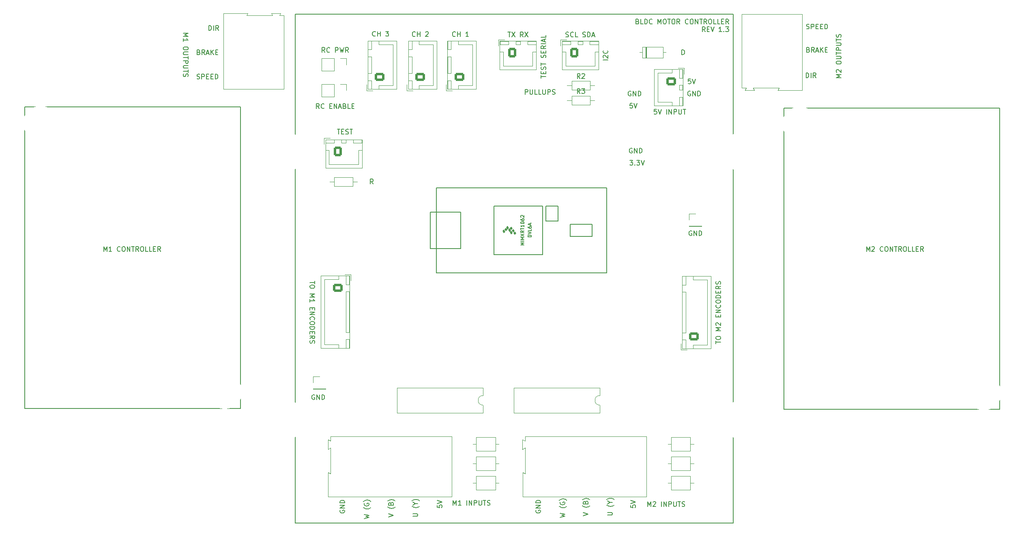
<source format=gto>
%TF.GenerationSoftware,KiCad,Pcbnew,7.0.1-3b83917a11~172~ubuntu20.04.1*%
%TF.CreationDate,2023-03-22T14:40:44-04:00*%
%TF.ProjectId,ScooterBLDCMotorController,53636f6f-7465-4724-924c-44434d6f746f,rev?*%
%TF.SameCoordinates,Original*%
%TF.FileFunction,Legend,Top*%
%TF.FilePolarity,Positive*%
%FSLAX46Y46*%
G04 Gerber Fmt 4.6, Leading zero omitted, Abs format (unit mm)*
G04 Created by KiCad (PCBNEW 7.0.1-3b83917a11~172~ubuntu20.04.1) date 2023-03-22 14:40:44*
%MOMM*%
%LPD*%
G01*
G04 APERTURE LIST*
G04 Aperture macros list*
%AMRoundRect*
0 Rectangle with rounded corners*
0 $1 Rounding radius*
0 $2 $3 $4 $5 $6 $7 $8 $9 X,Y pos of 4 corners*
0 Add a 4 corners polygon primitive as box body*
4,1,4,$2,$3,$4,$5,$6,$7,$8,$9,$2,$3,0*
0 Add four circle primitives for the rounded corners*
1,1,$1+$1,$2,$3*
1,1,$1+$1,$4,$5*
1,1,$1+$1,$6,$7*
1,1,$1+$1,$8,$9*
0 Add four rect primitives between the rounded corners*
20,1,$1+$1,$2,$3,$4,$5,0*
20,1,$1+$1,$4,$5,$6,$7,0*
20,1,$1+$1,$6,$7,$8,$9,0*
20,1,$1+$1,$8,$9,$2,$3,0*%
G04 Aperture macros list end*
%ADD10C,0.150000*%
%ADD11C,0.120000*%
%ADD12C,0.100000*%
%ADD13C,1.400000*%
%ADD14O,1.400000X1.400000*%
%ADD15R,1.980000X3.960000*%
%ADD16O,1.980000X3.960000*%
%ADD17C,8.500000*%
%ADD18C,1.600000*%
%ADD19O,1.600000X1.600000*%
%ADD20C,7.200000*%
%ADD21C,1.524000*%
%ADD22RoundRect,0.250000X0.725000X-0.600000X0.725000X0.600000X-0.725000X0.600000X-0.725000X-0.600000X0*%
%ADD23O,1.950000X1.700000*%
%ADD24RoundRect,0.250000X-0.750000X0.600000X-0.750000X-0.600000X0.750000X-0.600000X0.750000X0.600000X0*%
%ADD25O,2.000000X1.700000*%
%ADD26C,9.200000*%
%ADD27RoundRect,0.250000X-0.600000X-0.750000X0.600000X-0.750000X0.600000X0.750000X-0.600000X0.750000X0*%
%ADD28O,1.700000X2.000000*%
%ADD29R,3.960000X1.980000*%
%ADD30O,3.960000X1.980000*%
%ADD31R,1.700000X1.700000*%
%ADD32R,1.600000X1.600000*%
%ADD33O,1.700000X1.700000*%
%ADD34R,1.524000X1.524000*%
%ADD35RoundRect,0.250000X-0.725000X0.600000X-0.725000X-0.600000X0.725000X-0.600000X0.725000X0.600000X0*%
G04 APERTURE END LIST*
D10*
X151164895Y-56519619D02*
X151164895Y-55519619D01*
X151164895Y-55519619D02*
X151545847Y-55519619D01*
X151545847Y-55519619D02*
X151641085Y-55567238D01*
X151641085Y-55567238D02*
X151688704Y-55614857D01*
X151688704Y-55614857D02*
X151736323Y-55710095D01*
X151736323Y-55710095D02*
X151736323Y-55852952D01*
X151736323Y-55852952D02*
X151688704Y-55948190D01*
X151688704Y-55948190D02*
X151641085Y-55995809D01*
X151641085Y-55995809D02*
X151545847Y-56043428D01*
X151545847Y-56043428D02*
X151164895Y-56043428D01*
X152164895Y-55519619D02*
X152164895Y-56329142D01*
X152164895Y-56329142D02*
X152212514Y-56424380D01*
X152212514Y-56424380D02*
X152260133Y-56472000D01*
X152260133Y-56472000D02*
X152355371Y-56519619D01*
X152355371Y-56519619D02*
X152545847Y-56519619D01*
X152545847Y-56519619D02*
X152641085Y-56472000D01*
X152641085Y-56472000D02*
X152688704Y-56424380D01*
X152688704Y-56424380D02*
X152736323Y-56329142D01*
X152736323Y-56329142D02*
X152736323Y-55519619D01*
X153688704Y-56519619D02*
X153212514Y-56519619D01*
X153212514Y-56519619D02*
X153212514Y-55519619D01*
X154498228Y-56519619D02*
X154022038Y-56519619D01*
X154022038Y-56519619D02*
X154022038Y-55519619D01*
X154831562Y-55519619D02*
X154831562Y-56329142D01*
X154831562Y-56329142D02*
X154879181Y-56424380D01*
X154879181Y-56424380D02*
X154926800Y-56472000D01*
X154926800Y-56472000D02*
X155022038Y-56519619D01*
X155022038Y-56519619D02*
X155212514Y-56519619D01*
X155212514Y-56519619D02*
X155307752Y-56472000D01*
X155307752Y-56472000D02*
X155355371Y-56424380D01*
X155355371Y-56424380D02*
X155402990Y-56329142D01*
X155402990Y-56329142D02*
X155402990Y-55519619D01*
X155879181Y-56519619D02*
X155879181Y-55519619D01*
X155879181Y-55519619D02*
X156260133Y-55519619D01*
X156260133Y-55519619D02*
X156355371Y-55567238D01*
X156355371Y-55567238D02*
X156402990Y-55614857D01*
X156402990Y-55614857D02*
X156450609Y-55710095D01*
X156450609Y-55710095D02*
X156450609Y-55852952D01*
X156450609Y-55852952D02*
X156402990Y-55948190D01*
X156402990Y-55948190D02*
X156355371Y-55995809D01*
X156355371Y-55995809D02*
X156260133Y-56043428D01*
X156260133Y-56043428D02*
X155879181Y-56043428D01*
X156831562Y-56472000D02*
X156974419Y-56519619D01*
X156974419Y-56519619D02*
X157212514Y-56519619D01*
X157212514Y-56519619D02*
X157307752Y-56472000D01*
X157307752Y-56472000D02*
X157355371Y-56424380D01*
X157355371Y-56424380D02*
X157402990Y-56329142D01*
X157402990Y-56329142D02*
X157402990Y-56233904D01*
X157402990Y-56233904D02*
X157355371Y-56138666D01*
X157355371Y-56138666D02*
X157307752Y-56091047D01*
X157307752Y-56091047D02*
X157212514Y-56043428D01*
X157212514Y-56043428D02*
X157022038Y-55995809D01*
X157022038Y-55995809D02*
X156926800Y-55948190D01*
X156926800Y-55948190D02*
X156879181Y-55900571D01*
X156879181Y-55900571D02*
X156831562Y-55805333D01*
X156831562Y-55805333D02*
X156831562Y-55710095D01*
X156831562Y-55710095D02*
X156879181Y-55614857D01*
X156879181Y-55614857D02*
X156926800Y-55567238D01*
X156926800Y-55567238D02*
X157022038Y-55519619D01*
X157022038Y-55519619D02*
X157260133Y-55519619D01*
X157260133Y-55519619D02*
X157402990Y-55567238D01*
X103124000Y-39751000D02*
X194564000Y-39751000D01*
X194564000Y-146145000D01*
X103124000Y-146145000D01*
X103124000Y-39751000D01*
X205190000Y-59428000D02*
X250190000Y-59428000D01*
X250190000Y-122428000D01*
X205190000Y-122428000D01*
X205190000Y-59428000D01*
X46694000Y-59178000D02*
X91694000Y-59178000D01*
X91694000Y-122178000D01*
X46694000Y-122178000D01*
X46694000Y-59178000D01*
X158466619Y-144978190D02*
X159466619Y-144740095D01*
X159466619Y-144740095D02*
X158752333Y-144549619D01*
X158752333Y-144549619D02*
X159466619Y-144359143D01*
X159466619Y-144359143D02*
X158466619Y-144121048D01*
X159847571Y-142692476D02*
X159799952Y-142740095D01*
X159799952Y-142740095D02*
X159657095Y-142835333D01*
X159657095Y-142835333D02*
X159561857Y-142882952D01*
X159561857Y-142882952D02*
X159419000Y-142930571D01*
X159419000Y-142930571D02*
X159180904Y-142978190D01*
X159180904Y-142978190D02*
X158990428Y-142978190D01*
X158990428Y-142978190D02*
X158752333Y-142930571D01*
X158752333Y-142930571D02*
X158609476Y-142882952D01*
X158609476Y-142882952D02*
X158514238Y-142835333D01*
X158514238Y-142835333D02*
X158371380Y-142740095D01*
X158371380Y-142740095D02*
X158323761Y-142692476D01*
X158514238Y-141787714D02*
X158466619Y-141882952D01*
X158466619Y-141882952D02*
X158466619Y-142025809D01*
X158466619Y-142025809D02*
X158514238Y-142168666D01*
X158514238Y-142168666D02*
X158609476Y-142263904D01*
X158609476Y-142263904D02*
X158704714Y-142311523D01*
X158704714Y-142311523D02*
X158895190Y-142359142D01*
X158895190Y-142359142D02*
X159038047Y-142359142D01*
X159038047Y-142359142D02*
X159228523Y-142311523D01*
X159228523Y-142311523D02*
X159323761Y-142263904D01*
X159323761Y-142263904D02*
X159419000Y-142168666D01*
X159419000Y-142168666D02*
X159466619Y-142025809D01*
X159466619Y-142025809D02*
X159466619Y-141930571D01*
X159466619Y-141930571D02*
X159419000Y-141787714D01*
X159419000Y-141787714D02*
X159371380Y-141740095D01*
X159371380Y-141740095D02*
X159038047Y-141740095D01*
X159038047Y-141740095D02*
X159038047Y-141930571D01*
X159847571Y-141406761D02*
X159799952Y-141359142D01*
X159799952Y-141359142D02*
X159657095Y-141263904D01*
X159657095Y-141263904D02*
X159561857Y-141216285D01*
X159561857Y-141216285D02*
X159419000Y-141168666D01*
X159419000Y-141168666D02*
X159180904Y-141121047D01*
X159180904Y-141121047D02*
X158990428Y-141121047D01*
X158990428Y-141121047D02*
X158752333Y-141168666D01*
X158752333Y-141168666D02*
X158609476Y-141216285D01*
X158609476Y-141216285D02*
X158514238Y-141263904D01*
X158514238Y-141263904D02*
X158371380Y-141359142D01*
X158371380Y-141359142D02*
X158323761Y-141406761D01*
X209820000Y-53040619D02*
X209820000Y-52040619D01*
X209820000Y-52040619D02*
X210058095Y-52040619D01*
X210058095Y-52040619D02*
X210200952Y-52088238D01*
X210200952Y-52088238D02*
X210296190Y-52183476D01*
X210296190Y-52183476D02*
X210343809Y-52278714D01*
X210343809Y-52278714D02*
X210391428Y-52469190D01*
X210391428Y-52469190D02*
X210391428Y-52612047D01*
X210391428Y-52612047D02*
X210343809Y-52802523D01*
X210343809Y-52802523D02*
X210296190Y-52897761D01*
X210296190Y-52897761D02*
X210200952Y-52993000D01*
X210200952Y-52993000D02*
X210058095Y-53040619D01*
X210058095Y-53040619D02*
X209820000Y-53040619D01*
X210820000Y-53040619D02*
X210820000Y-52040619D01*
X211867618Y-53040619D02*
X211534285Y-52564428D01*
X211296190Y-53040619D02*
X211296190Y-52040619D01*
X211296190Y-52040619D02*
X211677142Y-52040619D01*
X211677142Y-52040619D02*
X211772380Y-52088238D01*
X211772380Y-52088238D02*
X211819999Y-52135857D01*
X211819999Y-52135857D02*
X211867618Y-52231095D01*
X211867618Y-52231095D02*
X211867618Y-52373952D01*
X211867618Y-52373952D02*
X211819999Y-52469190D01*
X211819999Y-52469190D02*
X211772380Y-52516809D01*
X211772380Y-52516809D02*
X211677142Y-52564428D01*
X211677142Y-52564428D02*
X211296190Y-52564428D01*
X147563152Y-43506219D02*
X148134580Y-43506219D01*
X147848866Y-44506219D02*
X147848866Y-43506219D01*
X148372676Y-43506219D02*
X149039342Y-44506219D01*
X149039342Y-43506219D02*
X148372676Y-44506219D01*
X150753628Y-44506219D02*
X150420295Y-44030028D01*
X150182200Y-44506219D02*
X150182200Y-43506219D01*
X150182200Y-43506219D02*
X150563152Y-43506219D01*
X150563152Y-43506219D02*
X150658390Y-43553838D01*
X150658390Y-43553838D02*
X150706009Y-43601457D01*
X150706009Y-43601457D02*
X150753628Y-43696695D01*
X150753628Y-43696695D02*
X150753628Y-43839552D01*
X150753628Y-43839552D02*
X150706009Y-43934790D01*
X150706009Y-43934790D02*
X150658390Y-43982409D01*
X150658390Y-43982409D02*
X150563152Y-44030028D01*
X150563152Y-44030028D02*
X150182200Y-44030028D01*
X151086962Y-43506219D02*
X151753628Y-44506219D01*
X151753628Y-43506219D02*
X151086962Y-44506219D01*
X173228095Y-55898238D02*
X173132857Y-55850619D01*
X173132857Y-55850619D02*
X172990000Y-55850619D01*
X172990000Y-55850619D02*
X172847143Y-55898238D01*
X172847143Y-55898238D02*
X172751905Y-55993476D01*
X172751905Y-55993476D02*
X172704286Y-56088714D01*
X172704286Y-56088714D02*
X172656667Y-56279190D01*
X172656667Y-56279190D02*
X172656667Y-56422047D01*
X172656667Y-56422047D02*
X172704286Y-56612523D01*
X172704286Y-56612523D02*
X172751905Y-56707761D01*
X172751905Y-56707761D02*
X172847143Y-56803000D01*
X172847143Y-56803000D02*
X172990000Y-56850619D01*
X172990000Y-56850619D02*
X173085238Y-56850619D01*
X173085238Y-56850619D02*
X173228095Y-56803000D01*
X173228095Y-56803000D02*
X173275714Y-56755380D01*
X173275714Y-56755380D02*
X173275714Y-56422047D01*
X173275714Y-56422047D02*
X173085238Y-56422047D01*
X173704286Y-56850619D02*
X173704286Y-55850619D01*
X173704286Y-55850619D02*
X174275714Y-56850619D01*
X174275714Y-56850619D02*
X174275714Y-55850619D01*
X174751905Y-56850619D02*
X174751905Y-55850619D01*
X174751905Y-55850619D02*
X174990000Y-55850619D01*
X174990000Y-55850619D02*
X175132857Y-55898238D01*
X175132857Y-55898238D02*
X175228095Y-55993476D01*
X175228095Y-55993476D02*
X175275714Y-56088714D01*
X175275714Y-56088714D02*
X175323333Y-56279190D01*
X175323333Y-56279190D02*
X175323333Y-56422047D01*
X175323333Y-56422047D02*
X175275714Y-56612523D01*
X175275714Y-56612523D02*
X175228095Y-56707761D01*
X175228095Y-56707761D02*
X175132857Y-56803000D01*
X175132857Y-56803000D02*
X174990000Y-56850619D01*
X174990000Y-56850619D02*
X174751905Y-56850619D01*
X159660009Y-44458600D02*
X159802866Y-44506219D01*
X159802866Y-44506219D02*
X160040961Y-44506219D01*
X160040961Y-44506219D02*
X160136199Y-44458600D01*
X160136199Y-44458600D02*
X160183818Y-44410980D01*
X160183818Y-44410980D02*
X160231437Y-44315742D01*
X160231437Y-44315742D02*
X160231437Y-44220504D01*
X160231437Y-44220504D02*
X160183818Y-44125266D01*
X160183818Y-44125266D02*
X160136199Y-44077647D01*
X160136199Y-44077647D02*
X160040961Y-44030028D01*
X160040961Y-44030028D02*
X159850485Y-43982409D01*
X159850485Y-43982409D02*
X159755247Y-43934790D01*
X159755247Y-43934790D02*
X159707628Y-43887171D01*
X159707628Y-43887171D02*
X159660009Y-43791933D01*
X159660009Y-43791933D02*
X159660009Y-43696695D01*
X159660009Y-43696695D02*
X159707628Y-43601457D01*
X159707628Y-43601457D02*
X159755247Y-43553838D01*
X159755247Y-43553838D02*
X159850485Y-43506219D01*
X159850485Y-43506219D02*
X160088580Y-43506219D01*
X160088580Y-43506219D02*
X160231437Y-43553838D01*
X161231437Y-44410980D02*
X161183818Y-44458600D01*
X161183818Y-44458600D02*
X161040961Y-44506219D01*
X161040961Y-44506219D02*
X160945723Y-44506219D01*
X160945723Y-44506219D02*
X160802866Y-44458600D01*
X160802866Y-44458600D02*
X160707628Y-44363361D01*
X160707628Y-44363361D02*
X160660009Y-44268123D01*
X160660009Y-44268123D02*
X160612390Y-44077647D01*
X160612390Y-44077647D02*
X160612390Y-43934790D01*
X160612390Y-43934790D02*
X160660009Y-43744314D01*
X160660009Y-43744314D02*
X160707628Y-43649076D01*
X160707628Y-43649076D02*
X160802866Y-43553838D01*
X160802866Y-43553838D02*
X160945723Y-43506219D01*
X160945723Y-43506219D02*
X161040961Y-43506219D01*
X161040961Y-43506219D02*
X161183818Y-43553838D01*
X161183818Y-43553838D02*
X161231437Y-43601457D01*
X162136199Y-44506219D02*
X161660009Y-44506219D01*
X161660009Y-44506219D02*
X161660009Y-43506219D01*
X163183819Y-44458600D02*
X163326676Y-44506219D01*
X163326676Y-44506219D02*
X163564771Y-44506219D01*
X163564771Y-44506219D02*
X163660009Y-44458600D01*
X163660009Y-44458600D02*
X163707628Y-44410980D01*
X163707628Y-44410980D02*
X163755247Y-44315742D01*
X163755247Y-44315742D02*
X163755247Y-44220504D01*
X163755247Y-44220504D02*
X163707628Y-44125266D01*
X163707628Y-44125266D02*
X163660009Y-44077647D01*
X163660009Y-44077647D02*
X163564771Y-44030028D01*
X163564771Y-44030028D02*
X163374295Y-43982409D01*
X163374295Y-43982409D02*
X163279057Y-43934790D01*
X163279057Y-43934790D02*
X163231438Y-43887171D01*
X163231438Y-43887171D02*
X163183819Y-43791933D01*
X163183819Y-43791933D02*
X163183819Y-43696695D01*
X163183819Y-43696695D02*
X163231438Y-43601457D01*
X163231438Y-43601457D02*
X163279057Y-43553838D01*
X163279057Y-43553838D02*
X163374295Y-43506219D01*
X163374295Y-43506219D02*
X163612390Y-43506219D01*
X163612390Y-43506219D02*
X163755247Y-43553838D01*
X164183819Y-44506219D02*
X164183819Y-43506219D01*
X164183819Y-43506219D02*
X164421914Y-43506219D01*
X164421914Y-43506219D02*
X164564771Y-43553838D01*
X164564771Y-43553838D02*
X164660009Y-43649076D01*
X164660009Y-43649076D02*
X164707628Y-43744314D01*
X164707628Y-43744314D02*
X164755247Y-43934790D01*
X164755247Y-43934790D02*
X164755247Y-44077647D01*
X164755247Y-44077647D02*
X164707628Y-44268123D01*
X164707628Y-44268123D02*
X164660009Y-44363361D01*
X164660009Y-44363361D02*
X164564771Y-44458600D01*
X164564771Y-44458600D02*
X164421914Y-44506219D01*
X164421914Y-44506219D02*
X164183819Y-44506219D01*
X165136200Y-44220504D02*
X165612390Y-44220504D01*
X165040962Y-44506219D02*
X165374295Y-43506219D01*
X165374295Y-43506219D02*
X165707628Y-44506219D01*
X136596571Y-44334780D02*
X136548952Y-44382400D01*
X136548952Y-44382400D02*
X136406095Y-44430019D01*
X136406095Y-44430019D02*
X136310857Y-44430019D01*
X136310857Y-44430019D02*
X136168000Y-44382400D01*
X136168000Y-44382400D02*
X136072762Y-44287161D01*
X136072762Y-44287161D02*
X136025143Y-44191923D01*
X136025143Y-44191923D02*
X135977524Y-44001447D01*
X135977524Y-44001447D02*
X135977524Y-43858590D01*
X135977524Y-43858590D02*
X136025143Y-43668114D01*
X136025143Y-43668114D02*
X136072762Y-43572876D01*
X136072762Y-43572876D02*
X136168000Y-43477638D01*
X136168000Y-43477638D02*
X136310857Y-43430019D01*
X136310857Y-43430019D02*
X136406095Y-43430019D01*
X136406095Y-43430019D02*
X136548952Y-43477638D01*
X136548952Y-43477638D02*
X136596571Y-43525257D01*
X137025143Y-44430019D02*
X137025143Y-43430019D01*
X137025143Y-43906209D02*
X137596571Y-43906209D01*
X137596571Y-44430019D02*
X137596571Y-43430019D01*
X139358476Y-44430019D02*
X138787048Y-44430019D01*
X139072762Y-44430019D02*
X139072762Y-43430019D01*
X139072762Y-43430019D02*
X138977524Y-43572876D01*
X138977524Y-43572876D02*
X138882286Y-43668114D01*
X138882286Y-43668114D02*
X138787048Y-43715733D01*
X63183238Y-89362619D02*
X63183238Y-88362619D01*
X63183238Y-88362619D02*
X63516571Y-89076904D01*
X63516571Y-89076904D02*
X63849904Y-88362619D01*
X63849904Y-88362619D02*
X63849904Y-89362619D01*
X64849904Y-89362619D02*
X64278476Y-89362619D01*
X64564190Y-89362619D02*
X64564190Y-88362619D01*
X64564190Y-88362619D02*
X64468952Y-88505476D01*
X64468952Y-88505476D02*
X64373714Y-88600714D01*
X64373714Y-88600714D02*
X64278476Y-88648333D01*
X66611809Y-89267380D02*
X66564190Y-89315000D01*
X66564190Y-89315000D02*
X66421333Y-89362619D01*
X66421333Y-89362619D02*
X66326095Y-89362619D01*
X66326095Y-89362619D02*
X66183238Y-89315000D01*
X66183238Y-89315000D02*
X66088000Y-89219761D01*
X66088000Y-89219761D02*
X66040381Y-89124523D01*
X66040381Y-89124523D02*
X65992762Y-88934047D01*
X65992762Y-88934047D02*
X65992762Y-88791190D01*
X65992762Y-88791190D02*
X66040381Y-88600714D01*
X66040381Y-88600714D02*
X66088000Y-88505476D01*
X66088000Y-88505476D02*
X66183238Y-88410238D01*
X66183238Y-88410238D02*
X66326095Y-88362619D01*
X66326095Y-88362619D02*
X66421333Y-88362619D01*
X66421333Y-88362619D02*
X66564190Y-88410238D01*
X66564190Y-88410238D02*
X66611809Y-88457857D01*
X67230857Y-88362619D02*
X67421333Y-88362619D01*
X67421333Y-88362619D02*
X67516571Y-88410238D01*
X67516571Y-88410238D02*
X67611809Y-88505476D01*
X67611809Y-88505476D02*
X67659428Y-88695952D01*
X67659428Y-88695952D02*
X67659428Y-89029285D01*
X67659428Y-89029285D02*
X67611809Y-89219761D01*
X67611809Y-89219761D02*
X67516571Y-89315000D01*
X67516571Y-89315000D02*
X67421333Y-89362619D01*
X67421333Y-89362619D02*
X67230857Y-89362619D01*
X67230857Y-89362619D02*
X67135619Y-89315000D01*
X67135619Y-89315000D02*
X67040381Y-89219761D01*
X67040381Y-89219761D02*
X66992762Y-89029285D01*
X66992762Y-89029285D02*
X66992762Y-88695952D01*
X66992762Y-88695952D02*
X67040381Y-88505476D01*
X67040381Y-88505476D02*
X67135619Y-88410238D01*
X67135619Y-88410238D02*
X67230857Y-88362619D01*
X68088000Y-89362619D02*
X68088000Y-88362619D01*
X68088000Y-88362619D02*
X68659428Y-89362619D01*
X68659428Y-89362619D02*
X68659428Y-88362619D01*
X68992762Y-88362619D02*
X69564190Y-88362619D01*
X69278476Y-89362619D02*
X69278476Y-88362619D01*
X70468952Y-89362619D02*
X70135619Y-88886428D01*
X69897524Y-89362619D02*
X69897524Y-88362619D01*
X69897524Y-88362619D02*
X70278476Y-88362619D01*
X70278476Y-88362619D02*
X70373714Y-88410238D01*
X70373714Y-88410238D02*
X70421333Y-88457857D01*
X70421333Y-88457857D02*
X70468952Y-88553095D01*
X70468952Y-88553095D02*
X70468952Y-88695952D01*
X70468952Y-88695952D02*
X70421333Y-88791190D01*
X70421333Y-88791190D02*
X70373714Y-88838809D01*
X70373714Y-88838809D02*
X70278476Y-88886428D01*
X70278476Y-88886428D02*
X69897524Y-88886428D01*
X71088000Y-88362619D02*
X71278476Y-88362619D01*
X71278476Y-88362619D02*
X71373714Y-88410238D01*
X71373714Y-88410238D02*
X71468952Y-88505476D01*
X71468952Y-88505476D02*
X71516571Y-88695952D01*
X71516571Y-88695952D02*
X71516571Y-89029285D01*
X71516571Y-89029285D02*
X71468952Y-89219761D01*
X71468952Y-89219761D02*
X71373714Y-89315000D01*
X71373714Y-89315000D02*
X71278476Y-89362619D01*
X71278476Y-89362619D02*
X71088000Y-89362619D01*
X71088000Y-89362619D02*
X70992762Y-89315000D01*
X70992762Y-89315000D02*
X70897524Y-89219761D01*
X70897524Y-89219761D02*
X70849905Y-89029285D01*
X70849905Y-89029285D02*
X70849905Y-88695952D01*
X70849905Y-88695952D02*
X70897524Y-88505476D01*
X70897524Y-88505476D02*
X70992762Y-88410238D01*
X70992762Y-88410238D02*
X71088000Y-88362619D01*
X72421333Y-89362619D02*
X71945143Y-89362619D01*
X71945143Y-89362619D02*
X71945143Y-88362619D01*
X73230857Y-89362619D02*
X72754667Y-89362619D01*
X72754667Y-89362619D02*
X72754667Y-88362619D01*
X73564191Y-88838809D02*
X73897524Y-88838809D01*
X74040381Y-89362619D02*
X73564191Y-89362619D01*
X73564191Y-89362619D02*
X73564191Y-88362619D01*
X73564191Y-88362619D02*
X74040381Y-88362619D01*
X75040381Y-89362619D02*
X74707048Y-88886428D01*
X74468953Y-89362619D02*
X74468953Y-88362619D01*
X74468953Y-88362619D02*
X74849905Y-88362619D01*
X74849905Y-88362619D02*
X74945143Y-88410238D01*
X74945143Y-88410238D02*
X74992762Y-88457857D01*
X74992762Y-88457857D02*
X75040381Y-88553095D01*
X75040381Y-88553095D02*
X75040381Y-88695952D01*
X75040381Y-88695952D02*
X74992762Y-88791190D01*
X74992762Y-88791190D02*
X74945143Y-88838809D01*
X74945143Y-88838809D02*
X74849905Y-88886428D01*
X74849905Y-88886428D02*
X74468953Y-88886428D01*
X176760667Y-142702619D02*
X176760667Y-141702619D01*
X176760667Y-141702619D02*
X177094000Y-142416904D01*
X177094000Y-142416904D02*
X177427333Y-141702619D01*
X177427333Y-141702619D02*
X177427333Y-142702619D01*
X177855905Y-141797857D02*
X177903524Y-141750238D01*
X177903524Y-141750238D02*
X177998762Y-141702619D01*
X177998762Y-141702619D02*
X178236857Y-141702619D01*
X178236857Y-141702619D02*
X178332095Y-141750238D01*
X178332095Y-141750238D02*
X178379714Y-141797857D01*
X178379714Y-141797857D02*
X178427333Y-141893095D01*
X178427333Y-141893095D02*
X178427333Y-141988333D01*
X178427333Y-141988333D02*
X178379714Y-142131190D01*
X178379714Y-142131190D02*
X177808286Y-142702619D01*
X177808286Y-142702619D02*
X178427333Y-142702619D01*
X179617810Y-142702619D02*
X179617810Y-141702619D01*
X180094000Y-142702619D02*
X180094000Y-141702619D01*
X180094000Y-141702619D02*
X180665428Y-142702619D01*
X180665428Y-142702619D02*
X180665428Y-141702619D01*
X181141619Y-142702619D02*
X181141619Y-141702619D01*
X181141619Y-141702619D02*
X181522571Y-141702619D01*
X181522571Y-141702619D02*
X181617809Y-141750238D01*
X181617809Y-141750238D02*
X181665428Y-141797857D01*
X181665428Y-141797857D02*
X181713047Y-141893095D01*
X181713047Y-141893095D02*
X181713047Y-142035952D01*
X181713047Y-142035952D02*
X181665428Y-142131190D01*
X181665428Y-142131190D02*
X181617809Y-142178809D01*
X181617809Y-142178809D02*
X181522571Y-142226428D01*
X181522571Y-142226428D02*
X181141619Y-142226428D01*
X182141619Y-141702619D02*
X182141619Y-142512142D01*
X182141619Y-142512142D02*
X182189238Y-142607380D01*
X182189238Y-142607380D02*
X182236857Y-142655000D01*
X182236857Y-142655000D02*
X182332095Y-142702619D01*
X182332095Y-142702619D02*
X182522571Y-142702619D01*
X182522571Y-142702619D02*
X182617809Y-142655000D01*
X182617809Y-142655000D02*
X182665428Y-142607380D01*
X182665428Y-142607380D02*
X182713047Y-142512142D01*
X182713047Y-142512142D02*
X182713047Y-141702619D01*
X183046381Y-141702619D02*
X183617809Y-141702619D01*
X183332095Y-142702619D02*
X183332095Y-141702619D01*
X183903524Y-142655000D02*
X184046381Y-142702619D01*
X184046381Y-142702619D02*
X184284476Y-142702619D01*
X184284476Y-142702619D02*
X184379714Y-142655000D01*
X184379714Y-142655000D02*
X184427333Y-142607380D01*
X184427333Y-142607380D02*
X184474952Y-142512142D01*
X184474952Y-142512142D02*
X184474952Y-142416904D01*
X184474952Y-142416904D02*
X184427333Y-142321666D01*
X184427333Y-142321666D02*
X184379714Y-142274047D01*
X184379714Y-142274047D02*
X184284476Y-142226428D01*
X184284476Y-142226428D02*
X184094000Y-142178809D01*
X184094000Y-142178809D02*
X183998762Y-142131190D01*
X183998762Y-142131190D02*
X183951143Y-142083571D01*
X183951143Y-142083571D02*
X183903524Y-141988333D01*
X183903524Y-141988333D02*
X183903524Y-141893095D01*
X183903524Y-141893095D02*
X183951143Y-141797857D01*
X183951143Y-141797857D02*
X183998762Y-141750238D01*
X183998762Y-141750238D02*
X184094000Y-141702619D01*
X184094000Y-141702619D02*
X184332095Y-141702619D01*
X184332095Y-141702619D02*
X184474952Y-141750238D01*
X107217380Y-95560381D02*
X107217380Y-96131809D01*
X106217380Y-95846095D02*
X107217380Y-95846095D01*
X107217380Y-96655619D02*
X107217380Y-96846095D01*
X107217380Y-96846095D02*
X107169761Y-96941333D01*
X107169761Y-96941333D02*
X107074523Y-97036571D01*
X107074523Y-97036571D02*
X106884047Y-97084190D01*
X106884047Y-97084190D02*
X106550714Y-97084190D01*
X106550714Y-97084190D02*
X106360238Y-97036571D01*
X106360238Y-97036571D02*
X106265000Y-96941333D01*
X106265000Y-96941333D02*
X106217380Y-96846095D01*
X106217380Y-96846095D02*
X106217380Y-96655619D01*
X106217380Y-96655619D02*
X106265000Y-96560381D01*
X106265000Y-96560381D02*
X106360238Y-96465143D01*
X106360238Y-96465143D02*
X106550714Y-96417524D01*
X106550714Y-96417524D02*
X106884047Y-96417524D01*
X106884047Y-96417524D02*
X107074523Y-96465143D01*
X107074523Y-96465143D02*
X107169761Y-96560381D01*
X107169761Y-96560381D02*
X107217380Y-96655619D01*
X106217380Y-98274667D02*
X107217380Y-98274667D01*
X107217380Y-98274667D02*
X106503095Y-98608000D01*
X106503095Y-98608000D02*
X107217380Y-98941333D01*
X107217380Y-98941333D02*
X106217380Y-98941333D01*
X106217380Y-99941333D02*
X106217380Y-99369905D01*
X106217380Y-99655619D02*
X107217380Y-99655619D01*
X107217380Y-99655619D02*
X107074523Y-99560381D01*
X107074523Y-99560381D02*
X106979285Y-99465143D01*
X106979285Y-99465143D02*
X106931666Y-99369905D01*
X106741190Y-101131810D02*
X106741190Y-101465143D01*
X106217380Y-101608000D02*
X106217380Y-101131810D01*
X106217380Y-101131810D02*
X107217380Y-101131810D01*
X107217380Y-101131810D02*
X107217380Y-101608000D01*
X106217380Y-102036572D02*
X107217380Y-102036572D01*
X107217380Y-102036572D02*
X106217380Y-102608000D01*
X106217380Y-102608000D02*
X107217380Y-102608000D01*
X106312619Y-103655619D02*
X106265000Y-103608000D01*
X106265000Y-103608000D02*
X106217380Y-103465143D01*
X106217380Y-103465143D02*
X106217380Y-103369905D01*
X106217380Y-103369905D02*
X106265000Y-103227048D01*
X106265000Y-103227048D02*
X106360238Y-103131810D01*
X106360238Y-103131810D02*
X106455476Y-103084191D01*
X106455476Y-103084191D02*
X106645952Y-103036572D01*
X106645952Y-103036572D02*
X106788809Y-103036572D01*
X106788809Y-103036572D02*
X106979285Y-103084191D01*
X106979285Y-103084191D02*
X107074523Y-103131810D01*
X107074523Y-103131810D02*
X107169761Y-103227048D01*
X107169761Y-103227048D02*
X107217380Y-103369905D01*
X107217380Y-103369905D02*
X107217380Y-103465143D01*
X107217380Y-103465143D02*
X107169761Y-103608000D01*
X107169761Y-103608000D02*
X107122142Y-103655619D01*
X107217380Y-104274667D02*
X107217380Y-104465143D01*
X107217380Y-104465143D02*
X107169761Y-104560381D01*
X107169761Y-104560381D02*
X107074523Y-104655619D01*
X107074523Y-104655619D02*
X106884047Y-104703238D01*
X106884047Y-104703238D02*
X106550714Y-104703238D01*
X106550714Y-104703238D02*
X106360238Y-104655619D01*
X106360238Y-104655619D02*
X106265000Y-104560381D01*
X106265000Y-104560381D02*
X106217380Y-104465143D01*
X106217380Y-104465143D02*
X106217380Y-104274667D01*
X106217380Y-104274667D02*
X106265000Y-104179429D01*
X106265000Y-104179429D02*
X106360238Y-104084191D01*
X106360238Y-104084191D02*
X106550714Y-104036572D01*
X106550714Y-104036572D02*
X106884047Y-104036572D01*
X106884047Y-104036572D02*
X107074523Y-104084191D01*
X107074523Y-104084191D02*
X107169761Y-104179429D01*
X107169761Y-104179429D02*
X107217380Y-104274667D01*
X106217380Y-105131810D02*
X107217380Y-105131810D01*
X107217380Y-105131810D02*
X107217380Y-105369905D01*
X107217380Y-105369905D02*
X107169761Y-105512762D01*
X107169761Y-105512762D02*
X107074523Y-105608000D01*
X107074523Y-105608000D02*
X106979285Y-105655619D01*
X106979285Y-105655619D02*
X106788809Y-105703238D01*
X106788809Y-105703238D02*
X106645952Y-105703238D01*
X106645952Y-105703238D02*
X106455476Y-105655619D01*
X106455476Y-105655619D02*
X106360238Y-105608000D01*
X106360238Y-105608000D02*
X106265000Y-105512762D01*
X106265000Y-105512762D02*
X106217380Y-105369905D01*
X106217380Y-105369905D02*
X106217380Y-105131810D01*
X106741190Y-106131810D02*
X106741190Y-106465143D01*
X106217380Y-106608000D02*
X106217380Y-106131810D01*
X106217380Y-106131810D02*
X107217380Y-106131810D01*
X107217380Y-106131810D02*
X107217380Y-106608000D01*
X106217380Y-107608000D02*
X106693571Y-107274667D01*
X106217380Y-107036572D02*
X107217380Y-107036572D01*
X107217380Y-107036572D02*
X107217380Y-107417524D01*
X107217380Y-107417524D02*
X107169761Y-107512762D01*
X107169761Y-107512762D02*
X107122142Y-107560381D01*
X107122142Y-107560381D02*
X107026904Y-107608000D01*
X107026904Y-107608000D02*
X106884047Y-107608000D01*
X106884047Y-107608000D02*
X106788809Y-107560381D01*
X106788809Y-107560381D02*
X106741190Y-107512762D01*
X106741190Y-107512762D02*
X106693571Y-107417524D01*
X106693571Y-107417524D02*
X106693571Y-107036572D01*
X106265000Y-107988953D02*
X106217380Y-108131810D01*
X106217380Y-108131810D02*
X106217380Y-108369905D01*
X106217380Y-108369905D02*
X106265000Y-108465143D01*
X106265000Y-108465143D02*
X106312619Y-108512762D01*
X106312619Y-108512762D02*
X106407857Y-108560381D01*
X106407857Y-108560381D02*
X106503095Y-108560381D01*
X106503095Y-108560381D02*
X106598333Y-108512762D01*
X106598333Y-108512762D02*
X106645952Y-108465143D01*
X106645952Y-108465143D02*
X106693571Y-108369905D01*
X106693571Y-108369905D02*
X106741190Y-108179429D01*
X106741190Y-108179429D02*
X106788809Y-108084191D01*
X106788809Y-108084191D02*
X106836428Y-108036572D01*
X106836428Y-108036572D02*
X106931666Y-107988953D01*
X106931666Y-107988953D02*
X107026904Y-107988953D01*
X107026904Y-107988953D02*
X107122142Y-108036572D01*
X107122142Y-108036572D02*
X107169761Y-108084191D01*
X107169761Y-108084191D02*
X107217380Y-108179429D01*
X107217380Y-108179429D02*
X107217380Y-108417524D01*
X107217380Y-108417524D02*
X107169761Y-108560381D01*
X217124619Y-53013999D02*
X216124619Y-53013999D01*
X216124619Y-53013999D02*
X216838904Y-52680666D01*
X216838904Y-52680666D02*
X216124619Y-52347333D01*
X216124619Y-52347333D02*
X217124619Y-52347333D01*
X216219857Y-51918761D02*
X216172238Y-51871142D01*
X216172238Y-51871142D02*
X216124619Y-51775904D01*
X216124619Y-51775904D02*
X216124619Y-51537809D01*
X216124619Y-51537809D02*
X216172238Y-51442571D01*
X216172238Y-51442571D02*
X216219857Y-51394952D01*
X216219857Y-51394952D02*
X216315095Y-51347333D01*
X216315095Y-51347333D02*
X216410333Y-51347333D01*
X216410333Y-51347333D02*
X216553190Y-51394952D01*
X216553190Y-51394952D02*
X217124619Y-51966380D01*
X217124619Y-51966380D02*
X217124619Y-51347333D01*
X216124619Y-49966380D02*
X216124619Y-49775904D01*
X216124619Y-49775904D02*
X216172238Y-49680666D01*
X216172238Y-49680666D02*
X216267476Y-49585428D01*
X216267476Y-49585428D02*
X216457952Y-49537809D01*
X216457952Y-49537809D02*
X216791285Y-49537809D01*
X216791285Y-49537809D02*
X216981761Y-49585428D01*
X216981761Y-49585428D02*
X217077000Y-49680666D01*
X217077000Y-49680666D02*
X217124619Y-49775904D01*
X217124619Y-49775904D02*
X217124619Y-49966380D01*
X217124619Y-49966380D02*
X217077000Y-50061618D01*
X217077000Y-50061618D02*
X216981761Y-50156856D01*
X216981761Y-50156856D02*
X216791285Y-50204475D01*
X216791285Y-50204475D02*
X216457952Y-50204475D01*
X216457952Y-50204475D02*
X216267476Y-50156856D01*
X216267476Y-50156856D02*
X216172238Y-50061618D01*
X216172238Y-50061618D02*
X216124619Y-49966380D01*
X216124619Y-49109237D02*
X216934142Y-49109237D01*
X216934142Y-49109237D02*
X217029380Y-49061618D01*
X217029380Y-49061618D02*
X217077000Y-49013999D01*
X217077000Y-49013999D02*
X217124619Y-48918761D01*
X217124619Y-48918761D02*
X217124619Y-48728285D01*
X217124619Y-48728285D02*
X217077000Y-48633047D01*
X217077000Y-48633047D02*
X217029380Y-48585428D01*
X217029380Y-48585428D02*
X216934142Y-48537809D01*
X216934142Y-48537809D02*
X216124619Y-48537809D01*
X216124619Y-48204475D02*
X216124619Y-47633047D01*
X217124619Y-47918761D02*
X216124619Y-47918761D01*
X217124619Y-47299713D02*
X216124619Y-47299713D01*
X216124619Y-47299713D02*
X216124619Y-46918761D01*
X216124619Y-46918761D02*
X216172238Y-46823523D01*
X216172238Y-46823523D02*
X216219857Y-46775904D01*
X216219857Y-46775904D02*
X216315095Y-46728285D01*
X216315095Y-46728285D02*
X216457952Y-46728285D01*
X216457952Y-46728285D02*
X216553190Y-46775904D01*
X216553190Y-46775904D02*
X216600809Y-46823523D01*
X216600809Y-46823523D02*
X216648428Y-46918761D01*
X216648428Y-46918761D02*
X216648428Y-47299713D01*
X216124619Y-46299713D02*
X216934142Y-46299713D01*
X216934142Y-46299713D02*
X217029380Y-46252094D01*
X217029380Y-46252094D02*
X217077000Y-46204475D01*
X217077000Y-46204475D02*
X217124619Y-46109237D01*
X217124619Y-46109237D02*
X217124619Y-45918761D01*
X217124619Y-45918761D02*
X217077000Y-45823523D01*
X217077000Y-45823523D02*
X217029380Y-45775904D01*
X217029380Y-45775904D02*
X216934142Y-45728285D01*
X216934142Y-45728285D02*
X216124619Y-45728285D01*
X216124619Y-45394951D02*
X216124619Y-44823523D01*
X217124619Y-45109237D02*
X216124619Y-45109237D01*
X217077000Y-44537808D02*
X217124619Y-44394951D01*
X217124619Y-44394951D02*
X217124619Y-44156856D01*
X217124619Y-44156856D02*
X217077000Y-44061618D01*
X217077000Y-44061618D02*
X217029380Y-44013999D01*
X217029380Y-44013999D02*
X216934142Y-43966380D01*
X216934142Y-43966380D02*
X216838904Y-43966380D01*
X216838904Y-43966380D02*
X216743666Y-44013999D01*
X216743666Y-44013999D02*
X216696047Y-44061618D01*
X216696047Y-44061618D02*
X216648428Y-44156856D01*
X216648428Y-44156856D02*
X216600809Y-44347332D01*
X216600809Y-44347332D02*
X216553190Y-44442570D01*
X216553190Y-44442570D02*
X216505571Y-44490189D01*
X216505571Y-44490189D02*
X216410333Y-44537808D01*
X216410333Y-44537808D02*
X216315095Y-44537808D01*
X216315095Y-44537808D02*
X216219857Y-44490189D01*
X216219857Y-44490189D02*
X216172238Y-44442570D01*
X216172238Y-44442570D02*
X216124619Y-44347332D01*
X216124619Y-44347332D02*
X216124619Y-44109237D01*
X216124619Y-44109237D02*
X216172238Y-43966380D01*
X185720523Y-53290619D02*
X185244333Y-53290619D01*
X185244333Y-53290619D02*
X185196714Y-53766809D01*
X185196714Y-53766809D02*
X185244333Y-53719190D01*
X185244333Y-53719190D02*
X185339571Y-53671571D01*
X185339571Y-53671571D02*
X185577666Y-53671571D01*
X185577666Y-53671571D02*
X185672904Y-53719190D01*
X185672904Y-53719190D02*
X185720523Y-53766809D01*
X185720523Y-53766809D02*
X185768142Y-53862047D01*
X185768142Y-53862047D02*
X185768142Y-54100142D01*
X185768142Y-54100142D02*
X185720523Y-54195380D01*
X185720523Y-54195380D02*
X185672904Y-54243000D01*
X185672904Y-54243000D02*
X185577666Y-54290619D01*
X185577666Y-54290619D02*
X185339571Y-54290619D01*
X185339571Y-54290619D02*
X185244333Y-54243000D01*
X185244333Y-54243000D02*
X185196714Y-54195380D01*
X186053857Y-53290619D02*
X186387190Y-54290619D01*
X186387190Y-54290619D02*
X186720523Y-53290619D01*
X119908771Y-44258580D02*
X119861152Y-44306200D01*
X119861152Y-44306200D02*
X119718295Y-44353819D01*
X119718295Y-44353819D02*
X119623057Y-44353819D01*
X119623057Y-44353819D02*
X119480200Y-44306200D01*
X119480200Y-44306200D02*
X119384962Y-44210961D01*
X119384962Y-44210961D02*
X119337343Y-44115723D01*
X119337343Y-44115723D02*
X119289724Y-43925247D01*
X119289724Y-43925247D02*
X119289724Y-43782390D01*
X119289724Y-43782390D02*
X119337343Y-43591914D01*
X119337343Y-43591914D02*
X119384962Y-43496676D01*
X119384962Y-43496676D02*
X119480200Y-43401438D01*
X119480200Y-43401438D02*
X119623057Y-43353819D01*
X119623057Y-43353819D02*
X119718295Y-43353819D01*
X119718295Y-43353819D02*
X119861152Y-43401438D01*
X119861152Y-43401438D02*
X119908771Y-43449057D01*
X120337343Y-44353819D02*
X120337343Y-43353819D01*
X120337343Y-43830009D02*
X120908771Y-43830009D01*
X120908771Y-44353819D02*
X120908771Y-43353819D01*
X122051629Y-43353819D02*
X122670676Y-43353819D01*
X122670676Y-43353819D02*
X122337343Y-43734771D01*
X122337343Y-43734771D02*
X122480200Y-43734771D01*
X122480200Y-43734771D02*
X122575438Y-43782390D01*
X122575438Y-43782390D02*
X122623057Y-43830009D01*
X122623057Y-43830009D02*
X122670676Y-43925247D01*
X122670676Y-43925247D02*
X122670676Y-44163342D01*
X122670676Y-44163342D02*
X122623057Y-44258580D01*
X122623057Y-44258580D02*
X122575438Y-44306200D01*
X122575438Y-44306200D02*
X122480200Y-44353819D01*
X122480200Y-44353819D02*
X122194486Y-44353819D01*
X122194486Y-44353819D02*
X122099248Y-44306200D01*
X122099248Y-44306200D02*
X122051629Y-44258580D01*
X222441238Y-89362619D02*
X222441238Y-88362619D01*
X222441238Y-88362619D02*
X222774571Y-89076904D01*
X222774571Y-89076904D02*
X223107904Y-88362619D01*
X223107904Y-88362619D02*
X223107904Y-89362619D01*
X223536476Y-88457857D02*
X223584095Y-88410238D01*
X223584095Y-88410238D02*
X223679333Y-88362619D01*
X223679333Y-88362619D02*
X223917428Y-88362619D01*
X223917428Y-88362619D02*
X224012666Y-88410238D01*
X224012666Y-88410238D02*
X224060285Y-88457857D01*
X224060285Y-88457857D02*
X224107904Y-88553095D01*
X224107904Y-88553095D02*
X224107904Y-88648333D01*
X224107904Y-88648333D02*
X224060285Y-88791190D01*
X224060285Y-88791190D02*
X223488857Y-89362619D01*
X223488857Y-89362619D02*
X224107904Y-89362619D01*
X225869809Y-89267380D02*
X225822190Y-89315000D01*
X225822190Y-89315000D02*
X225679333Y-89362619D01*
X225679333Y-89362619D02*
X225584095Y-89362619D01*
X225584095Y-89362619D02*
X225441238Y-89315000D01*
X225441238Y-89315000D02*
X225346000Y-89219761D01*
X225346000Y-89219761D02*
X225298381Y-89124523D01*
X225298381Y-89124523D02*
X225250762Y-88934047D01*
X225250762Y-88934047D02*
X225250762Y-88791190D01*
X225250762Y-88791190D02*
X225298381Y-88600714D01*
X225298381Y-88600714D02*
X225346000Y-88505476D01*
X225346000Y-88505476D02*
X225441238Y-88410238D01*
X225441238Y-88410238D02*
X225584095Y-88362619D01*
X225584095Y-88362619D02*
X225679333Y-88362619D01*
X225679333Y-88362619D02*
X225822190Y-88410238D01*
X225822190Y-88410238D02*
X225869809Y-88457857D01*
X226488857Y-88362619D02*
X226679333Y-88362619D01*
X226679333Y-88362619D02*
X226774571Y-88410238D01*
X226774571Y-88410238D02*
X226869809Y-88505476D01*
X226869809Y-88505476D02*
X226917428Y-88695952D01*
X226917428Y-88695952D02*
X226917428Y-89029285D01*
X226917428Y-89029285D02*
X226869809Y-89219761D01*
X226869809Y-89219761D02*
X226774571Y-89315000D01*
X226774571Y-89315000D02*
X226679333Y-89362619D01*
X226679333Y-89362619D02*
X226488857Y-89362619D01*
X226488857Y-89362619D02*
X226393619Y-89315000D01*
X226393619Y-89315000D02*
X226298381Y-89219761D01*
X226298381Y-89219761D02*
X226250762Y-89029285D01*
X226250762Y-89029285D02*
X226250762Y-88695952D01*
X226250762Y-88695952D02*
X226298381Y-88505476D01*
X226298381Y-88505476D02*
X226393619Y-88410238D01*
X226393619Y-88410238D02*
X226488857Y-88362619D01*
X227346000Y-89362619D02*
X227346000Y-88362619D01*
X227346000Y-88362619D02*
X227917428Y-89362619D01*
X227917428Y-89362619D02*
X227917428Y-88362619D01*
X228250762Y-88362619D02*
X228822190Y-88362619D01*
X228536476Y-89362619D02*
X228536476Y-88362619D01*
X229726952Y-89362619D02*
X229393619Y-88886428D01*
X229155524Y-89362619D02*
X229155524Y-88362619D01*
X229155524Y-88362619D02*
X229536476Y-88362619D01*
X229536476Y-88362619D02*
X229631714Y-88410238D01*
X229631714Y-88410238D02*
X229679333Y-88457857D01*
X229679333Y-88457857D02*
X229726952Y-88553095D01*
X229726952Y-88553095D02*
X229726952Y-88695952D01*
X229726952Y-88695952D02*
X229679333Y-88791190D01*
X229679333Y-88791190D02*
X229631714Y-88838809D01*
X229631714Y-88838809D02*
X229536476Y-88886428D01*
X229536476Y-88886428D02*
X229155524Y-88886428D01*
X230346000Y-88362619D02*
X230536476Y-88362619D01*
X230536476Y-88362619D02*
X230631714Y-88410238D01*
X230631714Y-88410238D02*
X230726952Y-88505476D01*
X230726952Y-88505476D02*
X230774571Y-88695952D01*
X230774571Y-88695952D02*
X230774571Y-89029285D01*
X230774571Y-89029285D02*
X230726952Y-89219761D01*
X230726952Y-89219761D02*
X230631714Y-89315000D01*
X230631714Y-89315000D02*
X230536476Y-89362619D01*
X230536476Y-89362619D02*
X230346000Y-89362619D01*
X230346000Y-89362619D02*
X230250762Y-89315000D01*
X230250762Y-89315000D02*
X230155524Y-89219761D01*
X230155524Y-89219761D02*
X230107905Y-89029285D01*
X230107905Y-89029285D02*
X230107905Y-88695952D01*
X230107905Y-88695952D02*
X230155524Y-88505476D01*
X230155524Y-88505476D02*
X230250762Y-88410238D01*
X230250762Y-88410238D02*
X230346000Y-88362619D01*
X231679333Y-89362619D02*
X231203143Y-89362619D01*
X231203143Y-89362619D02*
X231203143Y-88362619D01*
X232488857Y-89362619D02*
X232012667Y-89362619D01*
X232012667Y-89362619D02*
X232012667Y-88362619D01*
X232822191Y-88838809D02*
X233155524Y-88838809D01*
X233298381Y-89362619D02*
X232822191Y-89362619D01*
X232822191Y-89362619D02*
X232822191Y-88362619D01*
X232822191Y-88362619D02*
X233298381Y-88362619D01*
X234298381Y-89362619D02*
X233965048Y-88886428D01*
X233726953Y-89362619D02*
X233726953Y-88362619D01*
X233726953Y-88362619D02*
X234107905Y-88362619D01*
X234107905Y-88362619D02*
X234203143Y-88410238D01*
X234203143Y-88410238D02*
X234250762Y-88457857D01*
X234250762Y-88457857D02*
X234298381Y-88553095D01*
X234298381Y-88553095D02*
X234298381Y-88695952D01*
X234298381Y-88695952D02*
X234250762Y-88791190D01*
X234250762Y-88791190D02*
X234203143Y-88838809D01*
X234203143Y-88838809D02*
X234107905Y-88886428D01*
X234107905Y-88886428D02*
X233726953Y-88886428D01*
X173545523Y-58390619D02*
X173069333Y-58390619D01*
X173069333Y-58390619D02*
X173021714Y-58866809D01*
X173021714Y-58866809D02*
X173069333Y-58819190D01*
X173069333Y-58819190D02*
X173164571Y-58771571D01*
X173164571Y-58771571D02*
X173402666Y-58771571D01*
X173402666Y-58771571D02*
X173497904Y-58819190D01*
X173497904Y-58819190D02*
X173545523Y-58866809D01*
X173545523Y-58866809D02*
X173593142Y-58962047D01*
X173593142Y-58962047D02*
X173593142Y-59200142D01*
X173593142Y-59200142D02*
X173545523Y-59295380D01*
X173545523Y-59295380D02*
X173497904Y-59343000D01*
X173497904Y-59343000D02*
X173402666Y-59390619D01*
X173402666Y-59390619D02*
X173164571Y-59390619D01*
X173164571Y-59390619D02*
X173069333Y-59343000D01*
X173069333Y-59343000D02*
X173021714Y-59295380D01*
X173878857Y-58390619D02*
X174212190Y-59390619D01*
X174212190Y-59390619D02*
X174545523Y-58390619D01*
X111942762Y-63834619D02*
X112514190Y-63834619D01*
X112228476Y-64834619D02*
X112228476Y-63834619D01*
X112847524Y-64310809D02*
X113180857Y-64310809D01*
X113323714Y-64834619D02*
X112847524Y-64834619D01*
X112847524Y-64834619D02*
X112847524Y-63834619D01*
X112847524Y-63834619D02*
X113323714Y-63834619D01*
X113704667Y-64787000D02*
X113847524Y-64834619D01*
X113847524Y-64834619D02*
X114085619Y-64834619D01*
X114085619Y-64834619D02*
X114180857Y-64787000D01*
X114180857Y-64787000D02*
X114228476Y-64739380D01*
X114228476Y-64739380D02*
X114276095Y-64644142D01*
X114276095Y-64644142D02*
X114276095Y-64548904D01*
X114276095Y-64548904D02*
X114228476Y-64453666D01*
X114228476Y-64453666D02*
X114180857Y-64406047D01*
X114180857Y-64406047D02*
X114085619Y-64358428D01*
X114085619Y-64358428D02*
X113895143Y-64310809D01*
X113895143Y-64310809D02*
X113799905Y-64263190D01*
X113799905Y-64263190D02*
X113752286Y-64215571D01*
X113752286Y-64215571D02*
X113704667Y-64120333D01*
X113704667Y-64120333D02*
X113704667Y-64025095D01*
X113704667Y-64025095D02*
X113752286Y-63929857D01*
X113752286Y-63929857D02*
X113799905Y-63882238D01*
X113799905Y-63882238D02*
X113895143Y-63834619D01*
X113895143Y-63834619D02*
X114133238Y-63834619D01*
X114133238Y-63834619D02*
X114276095Y-63882238D01*
X114561810Y-63834619D02*
X115133238Y-63834619D01*
X114847524Y-64834619D02*
X114847524Y-63834619D01*
X107188095Y-119398238D02*
X107092857Y-119350619D01*
X107092857Y-119350619D02*
X106950000Y-119350619D01*
X106950000Y-119350619D02*
X106807143Y-119398238D01*
X106807143Y-119398238D02*
X106711905Y-119493476D01*
X106711905Y-119493476D02*
X106664286Y-119588714D01*
X106664286Y-119588714D02*
X106616667Y-119779190D01*
X106616667Y-119779190D02*
X106616667Y-119922047D01*
X106616667Y-119922047D02*
X106664286Y-120112523D01*
X106664286Y-120112523D02*
X106711905Y-120207761D01*
X106711905Y-120207761D02*
X106807143Y-120303000D01*
X106807143Y-120303000D02*
X106950000Y-120350619D01*
X106950000Y-120350619D02*
X107045238Y-120350619D01*
X107045238Y-120350619D02*
X107188095Y-120303000D01*
X107188095Y-120303000D02*
X107235714Y-120255380D01*
X107235714Y-120255380D02*
X107235714Y-119922047D01*
X107235714Y-119922047D02*
X107045238Y-119922047D01*
X107664286Y-120350619D02*
X107664286Y-119350619D01*
X107664286Y-119350619D02*
X108235714Y-120350619D01*
X108235714Y-120350619D02*
X108235714Y-119350619D01*
X108711905Y-120350619D02*
X108711905Y-119350619D01*
X108711905Y-119350619D02*
X108950000Y-119350619D01*
X108950000Y-119350619D02*
X109092857Y-119398238D01*
X109092857Y-119398238D02*
X109188095Y-119493476D01*
X109188095Y-119493476D02*
X109235714Y-119588714D01*
X109235714Y-119588714D02*
X109283333Y-119779190D01*
X109283333Y-119779190D02*
X109283333Y-119922047D01*
X109283333Y-119922047D02*
X109235714Y-120112523D01*
X109235714Y-120112523D02*
X109188095Y-120207761D01*
X109188095Y-120207761D02*
X109092857Y-120303000D01*
X109092857Y-120303000D02*
X108950000Y-120350619D01*
X108950000Y-120350619D02*
X108711905Y-120350619D01*
X163292619Y-144628952D02*
X164292619Y-144295619D01*
X164292619Y-144295619D02*
X163292619Y-143962286D01*
X164673571Y-142581333D02*
X164625952Y-142628952D01*
X164625952Y-142628952D02*
X164483095Y-142724190D01*
X164483095Y-142724190D02*
X164387857Y-142771809D01*
X164387857Y-142771809D02*
X164245000Y-142819428D01*
X164245000Y-142819428D02*
X164006904Y-142867047D01*
X164006904Y-142867047D02*
X163816428Y-142867047D01*
X163816428Y-142867047D02*
X163578333Y-142819428D01*
X163578333Y-142819428D02*
X163435476Y-142771809D01*
X163435476Y-142771809D02*
X163340238Y-142724190D01*
X163340238Y-142724190D02*
X163197380Y-142628952D01*
X163197380Y-142628952D02*
X163149761Y-142581333D01*
X163768809Y-141867047D02*
X163816428Y-141724190D01*
X163816428Y-141724190D02*
X163864047Y-141676571D01*
X163864047Y-141676571D02*
X163959285Y-141628952D01*
X163959285Y-141628952D02*
X164102142Y-141628952D01*
X164102142Y-141628952D02*
X164197380Y-141676571D01*
X164197380Y-141676571D02*
X164245000Y-141724190D01*
X164245000Y-141724190D02*
X164292619Y-141819428D01*
X164292619Y-141819428D02*
X164292619Y-142200380D01*
X164292619Y-142200380D02*
X163292619Y-142200380D01*
X163292619Y-142200380D02*
X163292619Y-141867047D01*
X163292619Y-141867047D02*
X163340238Y-141771809D01*
X163340238Y-141771809D02*
X163387857Y-141724190D01*
X163387857Y-141724190D02*
X163483095Y-141676571D01*
X163483095Y-141676571D02*
X163578333Y-141676571D01*
X163578333Y-141676571D02*
X163673571Y-141724190D01*
X163673571Y-141724190D02*
X163721190Y-141771809D01*
X163721190Y-141771809D02*
X163768809Y-141867047D01*
X163768809Y-141867047D02*
X163768809Y-142200380D01*
X164673571Y-141295618D02*
X164625952Y-141247999D01*
X164625952Y-141247999D02*
X164483095Y-141152761D01*
X164483095Y-141152761D02*
X164387857Y-141105142D01*
X164387857Y-141105142D02*
X164245000Y-141057523D01*
X164245000Y-141057523D02*
X164006904Y-141009904D01*
X164006904Y-141009904D02*
X163816428Y-141009904D01*
X163816428Y-141009904D02*
X163578333Y-141057523D01*
X163578333Y-141057523D02*
X163435476Y-141105142D01*
X163435476Y-141105142D02*
X163340238Y-141152761D01*
X163340238Y-141152761D02*
X163197380Y-141247999D01*
X163197380Y-141247999D02*
X163149761Y-141295618D01*
X117572619Y-145232190D02*
X118572619Y-144994095D01*
X118572619Y-144994095D02*
X117858333Y-144803619D01*
X117858333Y-144803619D02*
X118572619Y-144613143D01*
X118572619Y-144613143D02*
X117572619Y-144375048D01*
X118953571Y-142946476D02*
X118905952Y-142994095D01*
X118905952Y-142994095D02*
X118763095Y-143089333D01*
X118763095Y-143089333D02*
X118667857Y-143136952D01*
X118667857Y-143136952D02*
X118525000Y-143184571D01*
X118525000Y-143184571D02*
X118286904Y-143232190D01*
X118286904Y-143232190D02*
X118096428Y-143232190D01*
X118096428Y-143232190D02*
X117858333Y-143184571D01*
X117858333Y-143184571D02*
X117715476Y-143136952D01*
X117715476Y-143136952D02*
X117620238Y-143089333D01*
X117620238Y-143089333D02*
X117477380Y-142994095D01*
X117477380Y-142994095D02*
X117429761Y-142946476D01*
X117620238Y-142041714D02*
X117572619Y-142136952D01*
X117572619Y-142136952D02*
X117572619Y-142279809D01*
X117572619Y-142279809D02*
X117620238Y-142422666D01*
X117620238Y-142422666D02*
X117715476Y-142517904D01*
X117715476Y-142517904D02*
X117810714Y-142565523D01*
X117810714Y-142565523D02*
X118001190Y-142613142D01*
X118001190Y-142613142D02*
X118144047Y-142613142D01*
X118144047Y-142613142D02*
X118334523Y-142565523D01*
X118334523Y-142565523D02*
X118429761Y-142517904D01*
X118429761Y-142517904D02*
X118525000Y-142422666D01*
X118525000Y-142422666D02*
X118572619Y-142279809D01*
X118572619Y-142279809D02*
X118572619Y-142184571D01*
X118572619Y-142184571D02*
X118525000Y-142041714D01*
X118525000Y-142041714D02*
X118477380Y-141994095D01*
X118477380Y-141994095D02*
X118144047Y-141994095D01*
X118144047Y-141994095D02*
X118144047Y-142184571D01*
X118953571Y-141660761D02*
X118905952Y-141613142D01*
X118905952Y-141613142D02*
X118763095Y-141517904D01*
X118763095Y-141517904D02*
X118667857Y-141470285D01*
X118667857Y-141470285D02*
X118525000Y-141422666D01*
X118525000Y-141422666D02*
X118286904Y-141375047D01*
X118286904Y-141375047D02*
X118096428Y-141375047D01*
X118096428Y-141375047D02*
X117858333Y-141422666D01*
X117858333Y-141422666D02*
X117715476Y-141470285D01*
X117715476Y-141470285D02*
X117620238Y-141517904D01*
X117620238Y-141517904D02*
X117477380Y-141613142D01*
X117477380Y-141613142D02*
X117429761Y-141660761D01*
X136120667Y-142448619D02*
X136120667Y-141448619D01*
X136120667Y-141448619D02*
X136454000Y-142162904D01*
X136454000Y-142162904D02*
X136787333Y-141448619D01*
X136787333Y-141448619D02*
X136787333Y-142448619D01*
X137787333Y-142448619D02*
X137215905Y-142448619D01*
X137501619Y-142448619D02*
X137501619Y-141448619D01*
X137501619Y-141448619D02*
X137406381Y-141591476D01*
X137406381Y-141591476D02*
X137311143Y-141686714D01*
X137311143Y-141686714D02*
X137215905Y-141734333D01*
X138977810Y-142448619D02*
X138977810Y-141448619D01*
X139454000Y-142448619D02*
X139454000Y-141448619D01*
X139454000Y-141448619D02*
X140025428Y-142448619D01*
X140025428Y-142448619D02*
X140025428Y-141448619D01*
X140501619Y-142448619D02*
X140501619Y-141448619D01*
X140501619Y-141448619D02*
X140882571Y-141448619D01*
X140882571Y-141448619D02*
X140977809Y-141496238D01*
X140977809Y-141496238D02*
X141025428Y-141543857D01*
X141025428Y-141543857D02*
X141073047Y-141639095D01*
X141073047Y-141639095D02*
X141073047Y-141781952D01*
X141073047Y-141781952D02*
X141025428Y-141877190D01*
X141025428Y-141877190D02*
X140977809Y-141924809D01*
X140977809Y-141924809D02*
X140882571Y-141972428D01*
X140882571Y-141972428D02*
X140501619Y-141972428D01*
X141501619Y-141448619D02*
X141501619Y-142258142D01*
X141501619Y-142258142D02*
X141549238Y-142353380D01*
X141549238Y-142353380D02*
X141596857Y-142401000D01*
X141596857Y-142401000D02*
X141692095Y-142448619D01*
X141692095Y-142448619D02*
X141882571Y-142448619D01*
X141882571Y-142448619D02*
X141977809Y-142401000D01*
X141977809Y-142401000D02*
X142025428Y-142353380D01*
X142025428Y-142353380D02*
X142073047Y-142258142D01*
X142073047Y-142258142D02*
X142073047Y-141448619D01*
X142406381Y-141448619D02*
X142977809Y-141448619D01*
X142692095Y-142448619D02*
X142692095Y-141448619D01*
X143263524Y-142401000D02*
X143406381Y-142448619D01*
X143406381Y-142448619D02*
X143644476Y-142448619D01*
X143644476Y-142448619D02*
X143739714Y-142401000D01*
X143739714Y-142401000D02*
X143787333Y-142353380D01*
X143787333Y-142353380D02*
X143834952Y-142258142D01*
X143834952Y-142258142D02*
X143834952Y-142162904D01*
X143834952Y-142162904D02*
X143787333Y-142067666D01*
X143787333Y-142067666D02*
X143739714Y-142020047D01*
X143739714Y-142020047D02*
X143644476Y-141972428D01*
X143644476Y-141972428D02*
X143454000Y-141924809D01*
X143454000Y-141924809D02*
X143358762Y-141877190D01*
X143358762Y-141877190D02*
X143311143Y-141829571D01*
X143311143Y-141829571D02*
X143263524Y-141734333D01*
X143263524Y-141734333D02*
X143263524Y-141639095D01*
X143263524Y-141639095D02*
X143311143Y-141543857D01*
X143311143Y-141543857D02*
X143358762Y-141496238D01*
X143358762Y-141496238D02*
X143454000Y-141448619D01*
X143454000Y-141448619D02*
X143692095Y-141448619D01*
X143692095Y-141448619D02*
X143834952Y-141496238D01*
X178600904Y-59640619D02*
X178124714Y-59640619D01*
X178124714Y-59640619D02*
X178077095Y-60116809D01*
X178077095Y-60116809D02*
X178124714Y-60069190D01*
X178124714Y-60069190D02*
X178219952Y-60021571D01*
X178219952Y-60021571D02*
X178458047Y-60021571D01*
X178458047Y-60021571D02*
X178553285Y-60069190D01*
X178553285Y-60069190D02*
X178600904Y-60116809D01*
X178600904Y-60116809D02*
X178648523Y-60212047D01*
X178648523Y-60212047D02*
X178648523Y-60450142D01*
X178648523Y-60450142D02*
X178600904Y-60545380D01*
X178600904Y-60545380D02*
X178553285Y-60593000D01*
X178553285Y-60593000D02*
X178458047Y-60640619D01*
X178458047Y-60640619D02*
X178219952Y-60640619D01*
X178219952Y-60640619D02*
X178124714Y-60593000D01*
X178124714Y-60593000D02*
X178077095Y-60545380D01*
X178934238Y-59640619D02*
X179267571Y-60640619D01*
X179267571Y-60640619D02*
X179600904Y-59640619D01*
X180696143Y-60640619D02*
X180696143Y-59640619D01*
X181172333Y-60640619D02*
X181172333Y-59640619D01*
X181172333Y-59640619D02*
X181743761Y-60640619D01*
X181743761Y-60640619D02*
X181743761Y-59640619D01*
X182219952Y-60640619D02*
X182219952Y-59640619D01*
X182219952Y-59640619D02*
X182600904Y-59640619D01*
X182600904Y-59640619D02*
X182696142Y-59688238D01*
X182696142Y-59688238D02*
X182743761Y-59735857D01*
X182743761Y-59735857D02*
X182791380Y-59831095D01*
X182791380Y-59831095D02*
X182791380Y-59973952D01*
X182791380Y-59973952D02*
X182743761Y-60069190D01*
X182743761Y-60069190D02*
X182696142Y-60116809D01*
X182696142Y-60116809D02*
X182600904Y-60164428D01*
X182600904Y-60164428D02*
X182219952Y-60164428D01*
X183219952Y-59640619D02*
X183219952Y-60450142D01*
X183219952Y-60450142D02*
X183267571Y-60545380D01*
X183267571Y-60545380D02*
X183315190Y-60593000D01*
X183315190Y-60593000D02*
X183410428Y-60640619D01*
X183410428Y-60640619D02*
X183600904Y-60640619D01*
X183600904Y-60640619D02*
X183696142Y-60593000D01*
X183696142Y-60593000D02*
X183743761Y-60545380D01*
X183743761Y-60545380D02*
X183791380Y-60450142D01*
X183791380Y-60450142D02*
X183791380Y-59640619D01*
X184124714Y-59640619D02*
X184696142Y-59640619D01*
X184410428Y-60640619D02*
X184410428Y-59640619D01*
X173482095Y-67836238D02*
X173386857Y-67788619D01*
X173386857Y-67788619D02*
X173244000Y-67788619D01*
X173244000Y-67788619D02*
X173101143Y-67836238D01*
X173101143Y-67836238D02*
X173005905Y-67931476D01*
X173005905Y-67931476D02*
X172958286Y-68026714D01*
X172958286Y-68026714D02*
X172910667Y-68217190D01*
X172910667Y-68217190D02*
X172910667Y-68360047D01*
X172910667Y-68360047D02*
X172958286Y-68550523D01*
X172958286Y-68550523D02*
X173005905Y-68645761D01*
X173005905Y-68645761D02*
X173101143Y-68741000D01*
X173101143Y-68741000D02*
X173244000Y-68788619D01*
X173244000Y-68788619D02*
X173339238Y-68788619D01*
X173339238Y-68788619D02*
X173482095Y-68741000D01*
X173482095Y-68741000D02*
X173529714Y-68693380D01*
X173529714Y-68693380D02*
X173529714Y-68360047D01*
X173529714Y-68360047D02*
X173339238Y-68360047D01*
X173958286Y-68788619D02*
X173958286Y-67788619D01*
X173958286Y-67788619D02*
X174529714Y-68788619D01*
X174529714Y-68788619D02*
X174529714Y-67788619D01*
X175005905Y-68788619D02*
X175005905Y-67788619D01*
X175005905Y-67788619D02*
X175244000Y-67788619D01*
X175244000Y-67788619D02*
X175386857Y-67836238D01*
X175386857Y-67836238D02*
X175482095Y-67931476D01*
X175482095Y-67931476D02*
X175529714Y-68026714D01*
X175529714Y-68026714D02*
X175577333Y-68217190D01*
X175577333Y-68217190D02*
X175577333Y-68360047D01*
X175577333Y-68360047D02*
X175529714Y-68550523D01*
X175529714Y-68550523D02*
X175482095Y-68645761D01*
X175482095Y-68645761D02*
X175386857Y-68741000D01*
X175386857Y-68741000D02*
X175244000Y-68788619D01*
X175244000Y-68788619D02*
X175005905Y-68788619D01*
X185657095Y-55878238D02*
X185561857Y-55830619D01*
X185561857Y-55830619D02*
X185419000Y-55830619D01*
X185419000Y-55830619D02*
X185276143Y-55878238D01*
X185276143Y-55878238D02*
X185180905Y-55973476D01*
X185180905Y-55973476D02*
X185133286Y-56068714D01*
X185133286Y-56068714D02*
X185085667Y-56259190D01*
X185085667Y-56259190D02*
X185085667Y-56402047D01*
X185085667Y-56402047D02*
X185133286Y-56592523D01*
X185133286Y-56592523D02*
X185180905Y-56687761D01*
X185180905Y-56687761D02*
X185276143Y-56783000D01*
X185276143Y-56783000D02*
X185419000Y-56830619D01*
X185419000Y-56830619D02*
X185514238Y-56830619D01*
X185514238Y-56830619D02*
X185657095Y-56783000D01*
X185657095Y-56783000D02*
X185704714Y-56735380D01*
X185704714Y-56735380D02*
X185704714Y-56402047D01*
X185704714Y-56402047D02*
X185514238Y-56402047D01*
X186133286Y-56830619D02*
X186133286Y-55830619D01*
X186133286Y-55830619D02*
X186704714Y-56830619D01*
X186704714Y-56830619D02*
X186704714Y-55830619D01*
X187180905Y-56830619D02*
X187180905Y-55830619D01*
X187180905Y-55830619D02*
X187419000Y-55830619D01*
X187419000Y-55830619D02*
X187561857Y-55878238D01*
X187561857Y-55878238D02*
X187657095Y-55973476D01*
X187657095Y-55973476D02*
X187704714Y-56068714D01*
X187704714Y-56068714D02*
X187752333Y-56259190D01*
X187752333Y-56259190D02*
X187752333Y-56402047D01*
X187752333Y-56402047D02*
X187704714Y-56592523D01*
X187704714Y-56592523D02*
X187657095Y-56687761D01*
X187657095Y-56687761D02*
X187561857Y-56783000D01*
X187561857Y-56783000D02*
X187419000Y-56830619D01*
X187419000Y-56830619D02*
X187180905Y-56830619D01*
X127732619Y-144763904D02*
X128542142Y-144763904D01*
X128542142Y-144763904D02*
X128637380Y-144716285D01*
X128637380Y-144716285D02*
X128685000Y-144668666D01*
X128685000Y-144668666D02*
X128732619Y-144573428D01*
X128732619Y-144573428D02*
X128732619Y-144382952D01*
X128732619Y-144382952D02*
X128685000Y-144287714D01*
X128685000Y-144287714D02*
X128637380Y-144240095D01*
X128637380Y-144240095D02*
X128542142Y-144192476D01*
X128542142Y-144192476D02*
X127732619Y-144192476D01*
X129113571Y-142668666D02*
X129065952Y-142716285D01*
X129065952Y-142716285D02*
X128923095Y-142811523D01*
X128923095Y-142811523D02*
X128827857Y-142859142D01*
X128827857Y-142859142D02*
X128685000Y-142906761D01*
X128685000Y-142906761D02*
X128446904Y-142954380D01*
X128446904Y-142954380D02*
X128256428Y-142954380D01*
X128256428Y-142954380D02*
X128018333Y-142906761D01*
X128018333Y-142906761D02*
X127875476Y-142859142D01*
X127875476Y-142859142D02*
X127780238Y-142811523D01*
X127780238Y-142811523D02*
X127637380Y-142716285D01*
X127637380Y-142716285D02*
X127589761Y-142668666D01*
X128256428Y-142097237D02*
X128732619Y-142097237D01*
X127732619Y-142430570D02*
X128256428Y-142097237D01*
X128256428Y-142097237D02*
X127732619Y-141763904D01*
X129113571Y-141525808D02*
X129065952Y-141478189D01*
X129065952Y-141478189D02*
X128923095Y-141382951D01*
X128923095Y-141382951D02*
X128827857Y-141335332D01*
X128827857Y-141335332D02*
X128685000Y-141287713D01*
X128685000Y-141287713D02*
X128446904Y-141240094D01*
X128446904Y-141240094D02*
X128256428Y-141240094D01*
X128256428Y-141240094D02*
X128018333Y-141287713D01*
X128018333Y-141287713D02*
X127875476Y-141335332D01*
X127875476Y-141335332D02*
X127780238Y-141382951D01*
X127780238Y-141382951D02*
X127637380Y-141478189D01*
X127637380Y-141478189D02*
X127589761Y-141525808D01*
X168372619Y-144509904D02*
X169182142Y-144509904D01*
X169182142Y-144509904D02*
X169277380Y-144462285D01*
X169277380Y-144462285D02*
X169325000Y-144414666D01*
X169325000Y-144414666D02*
X169372619Y-144319428D01*
X169372619Y-144319428D02*
X169372619Y-144128952D01*
X169372619Y-144128952D02*
X169325000Y-144033714D01*
X169325000Y-144033714D02*
X169277380Y-143986095D01*
X169277380Y-143986095D02*
X169182142Y-143938476D01*
X169182142Y-143938476D02*
X168372619Y-143938476D01*
X169753571Y-142414666D02*
X169705952Y-142462285D01*
X169705952Y-142462285D02*
X169563095Y-142557523D01*
X169563095Y-142557523D02*
X169467857Y-142605142D01*
X169467857Y-142605142D02*
X169325000Y-142652761D01*
X169325000Y-142652761D02*
X169086904Y-142700380D01*
X169086904Y-142700380D02*
X168896428Y-142700380D01*
X168896428Y-142700380D02*
X168658333Y-142652761D01*
X168658333Y-142652761D02*
X168515476Y-142605142D01*
X168515476Y-142605142D02*
X168420238Y-142557523D01*
X168420238Y-142557523D02*
X168277380Y-142462285D01*
X168277380Y-142462285D02*
X168229761Y-142414666D01*
X168896428Y-141843237D02*
X169372619Y-141843237D01*
X168372619Y-142176570D02*
X168896428Y-141843237D01*
X168896428Y-141843237D02*
X168372619Y-141509904D01*
X169753571Y-141271808D02*
X169705952Y-141224189D01*
X169705952Y-141224189D02*
X169563095Y-141128951D01*
X169563095Y-141128951D02*
X169467857Y-141081332D01*
X169467857Y-141081332D02*
X169325000Y-141033713D01*
X169325000Y-141033713D02*
X169086904Y-140986094D01*
X169086904Y-140986094D02*
X168896428Y-140986094D01*
X168896428Y-140986094D02*
X168658333Y-141033713D01*
X168658333Y-141033713D02*
X168515476Y-141081332D01*
X168515476Y-141081332D02*
X168420238Y-141128951D01*
X168420238Y-141128951D02*
X168277380Y-141224189D01*
X168277380Y-141224189D02*
X168229761Y-141271808D01*
X173198619Y-142430476D02*
X173198619Y-142906666D01*
X173198619Y-142906666D02*
X173674809Y-142954285D01*
X173674809Y-142954285D02*
X173627190Y-142906666D01*
X173627190Y-142906666D02*
X173579571Y-142811428D01*
X173579571Y-142811428D02*
X173579571Y-142573333D01*
X173579571Y-142573333D02*
X173627190Y-142478095D01*
X173627190Y-142478095D02*
X173674809Y-142430476D01*
X173674809Y-142430476D02*
X173770047Y-142382857D01*
X173770047Y-142382857D02*
X174008142Y-142382857D01*
X174008142Y-142382857D02*
X174103380Y-142430476D01*
X174103380Y-142430476D02*
X174151000Y-142478095D01*
X174151000Y-142478095D02*
X174198619Y-142573333D01*
X174198619Y-142573333D02*
X174198619Y-142811428D01*
X174198619Y-142811428D02*
X174151000Y-142906666D01*
X174151000Y-142906666D02*
X174103380Y-142954285D01*
X173198619Y-142097142D02*
X174198619Y-141763809D01*
X174198619Y-141763809D02*
X173198619Y-141430476D01*
X83026476Y-47690809D02*
X83169333Y-47738428D01*
X83169333Y-47738428D02*
X83216952Y-47786047D01*
X83216952Y-47786047D02*
X83264571Y-47881285D01*
X83264571Y-47881285D02*
X83264571Y-48024142D01*
X83264571Y-48024142D02*
X83216952Y-48119380D01*
X83216952Y-48119380D02*
X83169333Y-48167000D01*
X83169333Y-48167000D02*
X83074095Y-48214619D01*
X83074095Y-48214619D02*
X82693143Y-48214619D01*
X82693143Y-48214619D02*
X82693143Y-47214619D01*
X82693143Y-47214619D02*
X83026476Y-47214619D01*
X83026476Y-47214619D02*
X83121714Y-47262238D01*
X83121714Y-47262238D02*
X83169333Y-47309857D01*
X83169333Y-47309857D02*
X83216952Y-47405095D01*
X83216952Y-47405095D02*
X83216952Y-47500333D01*
X83216952Y-47500333D02*
X83169333Y-47595571D01*
X83169333Y-47595571D02*
X83121714Y-47643190D01*
X83121714Y-47643190D02*
X83026476Y-47690809D01*
X83026476Y-47690809D02*
X82693143Y-47690809D01*
X84264571Y-48214619D02*
X83931238Y-47738428D01*
X83693143Y-48214619D02*
X83693143Y-47214619D01*
X83693143Y-47214619D02*
X84074095Y-47214619D01*
X84074095Y-47214619D02*
X84169333Y-47262238D01*
X84169333Y-47262238D02*
X84216952Y-47309857D01*
X84216952Y-47309857D02*
X84264571Y-47405095D01*
X84264571Y-47405095D02*
X84264571Y-47547952D01*
X84264571Y-47547952D02*
X84216952Y-47643190D01*
X84216952Y-47643190D02*
X84169333Y-47690809D01*
X84169333Y-47690809D02*
X84074095Y-47738428D01*
X84074095Y-47738428D02*
X83693143Y-47738428D01*
X84645524Y-47928904D02*
X85121714Y-47928904D01*
X84550286Y-48214619D02*
X84883619Y-47214619D01*
X84883619Y-47214619D02*
X85216952Y-48214619D01*
X85550286Y-48214619D02*
X85550286Y-47214619D01*
X86121714Y-48214619D02*
X85693143Y-47643190D01*
X86121714Y-47214619D02*
X85550286Y-47786047D01*
X86550286Y-47690809D02*
X86883619Y-47690809D01*
X87026476Y-48214619D02*
X86550286Y-48214619D01*
X86550286Y-48214619D02*
X86550286Y-47214619D01*
X86550286Y-47214619D02*
X87026476Y-47214619D01*
X109363142Y-47732019D02*
X109029809Y-47255828D01*
X108791714Y-47732019D02*
X108791714Y-46732019D01*
X108791714Y-46732019D02*
X109172666Y-46732019D01*
X109172666Y-46732019D02*
X109267904Y-46779638D01*
X109267904Y-46779638D02*
X109315523Y-46827257D01*
X109315523Y-46827257D02*
X109363142Y-46922495D01*
X109363142Y-46922495D02*
X109363142Y-47065352D01*
X109363142Y-47065352D02*
X109315523Y-47160590D01*
X109315523Y-47160590D02*
X109267904Y-47208209D01*
X109267904Y-47208209D02*
X109172666Y-47255828D01*
X109172666Y-47255828D02*
X108791714Y-47255828D01*
X110363142Y-47636780D02*
X110315523Y-47684400D01*
X110315523Y-47684400D02*
X110172666Y-47732019D01*
X110172666Y-47732019D02*
X110077428Y-47732019D01*
X110077428Y-47732019D02*
X109934571Y-47684400D01*
X109934571Y-47684400D02*
X109839333Y-47589161D01*
X109839333Y-47589161D02*
X109791714Y-47493923D01*
X109791714Y-47493923D02*
X109744095Y-47303447D01*
X109744095Y-47303447D02*
X109744095Y-47160590D01*
X109744095Y-47160590D02*
X109791714Y-46970114D01*
X109791714Y-46970114D02*
X109839333Y-46874876D01*
X109839333Y-46874876D02*
X109934571Y-46779638D01*
X109934571Y-46779638D02*
X110077428Y-46732019D01*
X110077428Y-46732019D02*
X110172666Y-46732019D01*
X110172666Y-46732019D02*
X110315523Y-46779638D01*
X110315523Y-46779638D02*
X110363142Y-46827257D01*
X111553619Y-47732019D02*
X111553619Y-46732019D01*
X111553619Y-46732019D02*
X111934571Y-46732019D01*
X111934571Y-46732019D02*
X112029809Y-46779638D01*
X112029809Y-46779638D02*
X112077428Y-46827257D01*
X112077428Y-46827257D02*
X112125047Y-46922495D01*
X112125047Y-46922495D02*
X112125047Y-47065352D01*
X112125047Y-47065352D02*
X112077428Y-47160590D01*
X112077428Y-47160590D02*
X112029809Y-47208209D01*
X112029809Y-47208209D02*
X111934571Y-47255828D01*
X111934571Y-47255828D02*
X111553619Y-47255828D01*
X112458381Y-46732019D02*
X112696476Y-47732019D01*
X112696476Y-47732019D02*
X112886952Y-47017733D01*
X112886952Y-47017733D02*
X113077428Y-47732019D01*
X113077428Y-47732019D02*
X113315524Y-46732019D01*
X114267904Y-47732019D02*
X113934571Y-47255828D01*
X113696476Y-47732019D02*
X113696476Y-46732019D01*
X113696476Y-46732019D02*
X114077428Y-46732019D01*
X114077428Y-46732019D02*
X114172666Y-46779638D01*
X114172666Y-46779638D02*
X114220285Y-46827257D01*
X114220285Y-46827257D02*
X114267904Y-46922495D01*
X114267904Y-46922495D02*
X114267904Y-47065352D01*
X114267904Y-47065352D02*
X114220285Y-47160590D01*
X114220285Y-47160590D02*
X114172666Y-47208209D01*
X114172666Y-47208209D02*
X114077428Y-47255828D01*
X114077428Y-47255828D02*
X113696476Y-47255828D01*
X190978619Y-108655618D02*
X190978619Y-108084190D01*
X191978619Y-108369904D02*
X190978619Y-108369904D01*
X190978619Y-107560380D02*
X190978619Y-107369904D01*
X190978619Y-107369904D02*
X191026238Y-107274666D01*
X191026238Y-107274666D02*
X191121476Y-107179428D01*
X191121476Y-107179428D02*
X191311952Y-107131809D01*
X191311952Y-107131809D02*
X191645285Y-107131809D01*
X191645285Y-107131809D02*
X191835761Y-107179428D01*
X191835761Y-107179428D02*
X191931000Y-107274666D01*
X191931000Y-107274666D02*
X191978619Y-107369904D01*
X191978619Y-107369904D02*
X191978619Y-107560380D01*
X191978619Y-107560380D02*
X191931000Y-107655618D01*
X191931000Y-107655618D02*
X191835761Y-107750856D01*
X191835761Y-107750856D02*
X191645285Y-107798475D01*
X191645285Y-107798475D02*
X191311952Y-107798475D01*
X191311952Y-107798475D02*
X191121476Y-107750856D01*
X191121476Y-107750856D02*
X191026238Y-107655618D01*
X191026238Y-107655618D02*
X190978619Y-107560380D01*
X191978619Y-105941332D02*
X190978619Y-105941332D01*
X190978619Y-105941332D02*
X191692904Y-105607999D01*
X191692904Y-105607999D02*
X190978619Y-105274666D01*
X190978619Y-105274666D02*
X191978619Y-105274666D01*
X191073857Y-104846094D02*
X191026238Y-104798475D01*
X191026238Y-104798475D02*
X190978619Y-104703237D01*
X190978619Y-104703237D02*
X190978619Y-104465142D01*
X190978619Y-104465142D02*
X191026238Y-104369904D01*
X191026238Y-104369904D02*
X191073857Y-104322285D01*
X191073857Y-104322285D02*
X191169095Y-104274666D01*
X191169095Y-104274666D02*
X191264333Y-104274666D01*
X191264333Y-104274666D02*
X191407190Y-104322285D01*
X191407190Y-104322285D02*
X191978619Y-104893713D01*
X191978619Y-104893713D02*
X191978619Y-104274666D01*
X191454809Y-103084189D02*
X191454809Y-102750856D01*
X191978619Y-102607999D02*
X191978619Y-103084189D01*
X191978619Y-103084189D02*
X190978619Y-103084189D01*
X190978619Y-103084189D02*
X190978619Y-102607999D01*
X191978619Y-102179427D02*
X190978619Y-102179427D01*
X190978619Y-102179427D02*
X191978619Y-101607999D01*
X191978619Y-101607999D02*
X190978619Y-101607999D01*
X191883380Y-100560380D02*
X191931000Y-100607999D01*
X191931000Y-100607999D02*
X191978619Y-100750856D01*
X191978619Y-100750856D02*
X191978619Y-100846094D01*
X191978619Y-100846094D02*
X191931000Y-100988951D01*
X191931000Y-100988951D02*
X191835761Y-101084189D01*
X191835761Y-101084189D02*
X191740523Y-101131808D01*
X191740523Y-101131808D02*
X191550047Y-101179427D01*
X191550047Y-101179427D02*
X191407190Y-101179427D01*
X191407190Y-101179427D02*
X191216714Y-101131808D01*
X191216714Y-101131808D02*
X191121476Y-101084189D01*
X191121476Y-101084189D02*
X191026238Y-100988951D01*
X191026238Y-100988951D02*
X190978619Y-100846094D01*
X190978619Y-100846094D02*
X190978619Y-100750856D01*
X190978619Y-100750856D02*
X191026238Y-100607999D01*
X191026238Y-100607999D02*
X191073857Y-100560380D01*
X190978619Y-99941332D02*
X190978619Y-99750856D01*
X190978619Y-99750856D02*
X191026238Y-99655618D01*
X191026238Y-99655618D02*
X191121476Y-99560380D01*
X191121476Y-99560380D02*
X191311952Y-99512761D01*
X191311952Y-99512761D02*
X191645285Y-99512761D01*
X191645285Y-99512761D02*
X191835761Y-99560380D01*
X191835761Y-99560380D02*
X191931000Y-99655618D01*
X191931000Y-99655618D02*
X191978619Y-99750856D01*
X191978619Y-99750856D02*
X191978619Y-99941332D01*
X191978619Y-99941332D02*
X191931000Y-100036570D01*
X191931000Y-100036570D02*
X191835761Y-100131808D01*
X191835761Y-100131808D02*
X191645285Y-100179427D01*
X191645285Y-100179427D02*
X191311952Y-100179427D01*
X191311952Y-100179427D02*
X191121476Y-100131808D01*
X191121476Y-100131808D02*
X191026238Y-100036570D01*
X191026238Y-100036570D02*
X190978619Y-99941332D01*
X191978619Y-99084189D02*
X190978619Y-99084189D01*
X190978619Y-99084189D02*
X190978619Y-98846094D01*
X190978619Y-98846094D02*
X191026238Y-98703237D01*
X191026238Y-98703237D02*
X191121476Y-98607999D01*
X191121476Y-98607999D02*
X191216714Y-98560380D01*
X191216714Y-98560380D02*
X191407190Y-98512761D01*
X191407190Y-98512761D02*
X191550047Y-98512761D01*
X191550047Y-98512761D02*
X191740523Y-98560380D01*
X191740523Y-98560380D02*
X191835761Y-98607999D01*
X191835761Y-98607999D02*
X191931000Y-98703237D01*
X191931000Y-98703237D02*
X191978619Y-98846094D01*
X191978619Y-98846094D02*
X191978619Y-99084189D01*
X191454809Y-98084189D02*
X191454809Y-97750856D01*
X191978619Y-97607999D02*
X191978619Y-98084189D01*
X191978619Y-98084189D02*
X190978619Y-98084189D01*
X190978619Y-98084189D02*
X190978619Y-97607999D01*
X191978619Y-96607999D02*
X191502428Y-96941332D01*
X191978619Y-97179427D02*
X190978619Y-97179427D01*
X190978619Y-97179427D02*
X190978619Y-96798475D01*
X190978619Y-96798475D02*
X191026238Y-96703237D01*
X191026238Y-96703237D02*
X191073857Y-96655618D01*
X191073857Y-96655618D02*
X191169095Y-96607999D01*
X191169095Y-96607999D02*
X191311952Y-96607999D01*
X191311952Y-96607999D02*
X191407190Y-96655618D01*
X191407190Y-96655618D02*
X191454809Y-96703237D01*
X191454809Y-96703237D02*
X191502428Y-96798475D01*
X191502428Y-96798475D02*
X191502428Y-97179427D01*
X191931000Y-96227046D02*
X191978619Y-96084189D01*
X191978619Y-96084189D02*
X191978619Y-95846094D01*
X191978619Y-95846094D02*
X191931000Y-95750856D01*
X191931000Y-95750856D02*
X191883380Y-95703237D01*
X191883380Y-95703237D02*
X191788142Y-95655618D01*
X191788142Y-95655618D02*
X191692904Y-95655618D01*
X191692904Y-95655618D02*
X191597666Y-95703237D01*
X191597666Y-95703237D02*
X191550047Y-95750856D01*
X191550047Y-95750856D02*
X191502428Y-95846094D01*
X191502428Y-95846094D02*
X191454809Y-96036570D01*
X191454809Y-96036570D02*
X191407190Y-96131808D01*
X191407190Y-96131808D02*
X191359571Y-96179427D01*
X191359571Y-96179427D02*
X191264333Y-96227046D01*
X191264333Y-96227046D02*
X191169095Y-96227046D01*
X191169095Y-96227046D02*
X191073857Y-96179427D01*
X191073857Y-96179427D02*
X191026238Y-96131808D01*
X191026238Y-96131808D02*
X190978619Y-96036570D01*
X190978619Y-96036570D02*
X190978619Y-95798475D01*
X190978619Y-95798475D02*
X191026238Y-95655618D01*
X128214571Y-44334780D02*
X128166952Y-44382400D01*
X128166952Y-44382400D02*
X128024095Y-44430019D01*
X128024095Y-44430019D02*
X127928857Y-44430019D01*
X127928857Y-44430019D02*
X127786000Y-44382400D01*
X127786000Y-44382400D02*
X127690762Y-44287161D01*
X127690762Y-44287161D02*
X127643143Y-44191923D01*
X127643143Y-44191923D02*
X127595524Y-44001447D01*
X127595524Y-44001447D02*
X127595524Y-43858590D01*
X127595524Y-43858590D02*
X127643143Y-43668114D01*
X127643143Y-43668114D02*
X127690762Y-43572876D01*
X127690762Y-43572876D02*
X127786000Y-43477638D01*
X127786000Y-43477638D02*
X127928857Y-43430019D01*
X127928857Y-43430019D02*
X128024095Y-43430019D01*
X128024095Y-43430019D02*
X128166952Y-43477638D01*
X128166952Y-43477638D02*
X128214571Y-43525257D01*
X128643143Y-44430019D02*
X128643143Y-43430019D01*
X128643143Y-43906209D02*
X129214571Y-43906209D01*
X129214571Y-44430019D02*
X129214571Y-43430019D01*
X130405048Y-43525257D02*
X130452667Y-43477638D01*
X130452667Y-43477638D02*
X130547905Y-43430019D01*
X130547905Y-43430019D02*
X130786000Y-43430019D01*
X130786000Y-43430019D02*
X130881238Y-43477638D01*
X130881238Y-43477638D02*
X130928857Y-43525257D01*
X130928857Y-43525257D02*
X130976476Y-43620495D01*
X130976476Y-43620495D02*
X130976476Y-43715733D01*
X130976476Y-43715733D02*
X130928857Y-43858590D01*
X130928857Y-43858590D02*
X130357429Y-44430019D01*
X130357429Y-44430019D02*
X130976476Y-44430019D01*
X119435523Y-75248619D02*
X119102190Y-74772428D01*
X118864095Y-75248619D02*
X118864095Y-74248619D01*
X118864095Y-74248619D02*
X119245047Y-74248619D01*
X119245047Y-74248619D02*
X119340285Y-74296238D01*
X119340285Y-74296238D02*
X119387904Y-74343857D01*
X119387904Y-74343857D02*
X119435523Y-74439095D01*
X119435523Y-74439095D02*
X119435523Y-74581952D01*
X119435523Y-74581952D02*
X119387904Y-74677190D01*
X119387904Y-74677190D02*
X119340285Y-74724809D01*
X119340285Y-74724809D02*
X119245047Y-74772428D01*
X119245047Y-74772428D02*
X118864095Y-74772428D01*
X112540238Y-143509904D02*
X112492619Y-143605142D01*
X112492619Y-143605142D02*
X112492619Y-143747999D01*
X112492619Y-143747999D02*
X112540238Y-143890856D01*
X112540238Y-143890856D02*
X112635476Y-143986094D01*
X112635476Y-143986094D02*
X112730714Y-144033713D01*
X112730714Y-144033713D02*
X112921190Y-144081332D01*
X112921190Y-144081332D02*
X113064047Y-144081332D01*
X113064047Y-144081332D02*
X113254523Y-144033713D01*
X113254523Y-144033713D02*
X113349761Y-143986094D01*
X113349761Y-143986094D02*
X113445000Y-143890856D01*
X113445000Y-143890856D02*
X113492619Y-143747999D01*
X113492619Y-143747999D02*
X113492619Y-143652761D01*
X113492619Y-143652761D02*
X113445000Y-143509904D01*
X113445000Y-143509904D02*
X113397380Y-143462285D01*
X113397380Y-143462285D02*
X113064047Y-143462285D01*
X113064047Y-143462285D02*
X113064047Y-143652761D01*
X113492619Y-143033713D02*
X112492619Y-143033713D01*
X112492619Y-143033713D02*
X113492619Y-142462285D01*
X113492619Y-142462285D02*
X112492619Y-142462285D01*
X113492619Y-141986094D02*
X112492619Y-141986094D01*
X112492619Y-141986094D02*
X112492619Y-141747999D01*
X112492619Y-141747999D02*
X112540238Y-141605142D01*
X112540238Y-141605142D02*
X112635476Y-141509904D01*
X112635476Y-141509904D02*
X112730714Y-141462285D01*
X112730714Y-141462285D02*
X112921190Y-141414666D01*
X112921190Y-141414666D02*
X113064047Y-141414666D01*
X113064047Y-141414666D02*
X113254523Y-141462285D01*
X113254523Y-141462285D02*
X113349761Y-141509904D01*
X113349761Y-141509904D02*
X113445000Y-141605142D01*
X113445000Y-141605142D02*
X113492619Y-141747999D01*
X113492619Y-141747999D02*
X113492619Y-141986094D01*
X154478819Y-53091790D02*
X154478819Y-52520362D01*
X155478819Y-52806076D02*
X154478819Y-52806076D01*
X154955009Y-52187028D02*
X154955009Y-51853695D01*
X155478819Y-51710838D02*
X155478819Y-52187028D01*
X155478819Y-52187028D02*
X154478819Y-52187028D01*
X154478819Y-52187028D02*
X154478819Y-51710838D01*
X155431200Y-51329885D02*
X155478819Y-51187028D01*
X155478819Y-51187028D02*
X155478819Y-50948933D01*
X155478819Y-50948933D02*
X155431200Y-50853695D01*
X155431200Y-50853695D02*
X155383580Y-50806076D01*
X155383580Y-50806076D02*
X155288342Y-50758457D01*
X155288342Y-50758457D02*
X155193104Y-50758457D01*
X155193104Y-50758457D02*
X155097866Y-50806076D01*
X155097866Y-50806076D02*
X155050247Y-50853695D01*
X155050247Y-50853695D02*
X155002628Y-50948933D01*
X155002628Y-50948933D02*
X154955009Y-51139409D01*
X154955009Y-51139409D02*
X154907390Y-51234647D01*
X154907390Y-51234647D02*
X154859771Y-51282266D01*
X154859771Y-51282266D02*
X154764533Y-51329885D01*
X154764533Y-51329885D02*
X154669295Y-51329885D01*
X154669295Y-51329885D02*
X154574057Y-51282266D01*
X154574057Y-51282266D02*
X154526438Y-51234647D01*
X154526438Y-51234647D02*
X154478819Y-51139409D01*
X154478819Y-51139409D02*
X154478819Y-50901314D01*
X154478819Y-50901314D02*
X154526438Y-50758457D01*
X154478819Y-50472742D02*
X154478819Y-49901314D01*
X155478819Y-50187028D02*
X154478819Y-50187028D01*
X155431200Y-48853694D02*
X155478819Y-48710837D01*
X155478819Y-48710837D02*
X155478819Y-48472742D01*
X155478819Y-48472742D02*
X155431200Y-48377504D01*
X155431200Y-48377504D02*
X155383580Y-48329885D01*
X155383580Y-48329885D02*
X155288342Y-48282266D01*
X155288342Y-48282266D02*
X155193104Y-48282266D01*
X155193104Y-48282266D02*
X155097866Y-48329885D01*
X155097866Y-48329885D02*
X155050247Y-48377504D01*
X155050247Y-48377504D02*
X155002628Y-48472742D01*
X155002628Y-48472742D02*
X154955009Y-48663218D01*
X154955009Y-48663218D02*
X154907390Y-48758456D01*
X154907390Y-48758456D02*
X154859771Y-48806075D01*
X154859771Y-48806075D02*
X154764533Y-48853694D01*
X154764533Y-48853694D02*
X154669295Y-48853694D01*
X154669295Y-48853694D02*
X154574057Y-48806075D01*
X154574057Y-48806075D02*
X154526438Y-48758456D01*
X154526438Y-48758456D02*
X154478819Y-48663218D01*
X154478819Y-48663218D02*
X154478819Y-48425123D01*
X154478819Y-48425123D02*
X154526438Y-48282266D01*
X154955009Y-47853694D02*
X154955009Y-47520361D01*
X155478819Y-47377504D02*
X155478819Y-47853694D01*
X155478819Y-47853694D02*
X154478819Y-47853694D01*
X154478819Y-47853694D02*
X154478819Y-47377504D01*
X155478819Y-46377504D02*
X155002628Y-46710837D01*
X155478819Y-46948932D02*
X154478819Y-46948932D01*
X154478819Y-46948932D02*
X154478819Y-46567980D01*
X154478819Y-46567980D02*
X154526438Y-46472742D01*
X154526438Y-46472742D02*
X154574057Y-46425123D01*
X154574057Y-46425123D02*
X154669295Y-46377504D01*
X154669295Y-46377504D02*
X154812152Y-46377504D01*
X154812152Y-46377504D02*
X154907390Y-46425123D01*
X154907390Y-46425123D02*
X154955009Y-46472742D01*
X154955009Y-46472742D02*
X155002628Y-46567980D01*
X155002628Y-46567980D02*
X155002628Y-46948932D01*
X155478819Y-45948932D02*
X154478819Y-45948932D01*
X155193104Y-45520361D02*
X155193104Y-45044171D01*
X155478819Y-45615599D02*
X154478819Y-45282266D01*
X154478819Y-45282266D02*
X155478819Y-44948933D01*
X155478819Y-44139409D02*
X155478819Y-44615599D01*
X155478819Y-44615599D02*
X154478819Y-44615599D01*
X85106000Y-43134619D02*
X85106000Y-42134619D01*
X85106000Y-42134619D02*
X85344095Y-42134619D01*
X85344095Y-42134619D02*
X85486952Y-42182238D01*
X85486952Y-42182238D02*
X85582190Y-42277476D01*
X85582190Y-42277476D02*
X85629809Y-42372714D01*
X85629809Y-42372714D02*
X85677428Y-42563190D01*
X85677428Y-42563190D02*
X85677428Y-42706047D01*
X85677428Y-42706047D02*
X85629809Y-42896523D01*
X85629809Y-42896523D02*
X85582190Y-42991761D01*
X85582190Y-42991761D02*
X85486952Y-43087000D01*
X85486952Y-43087000D02*
X85344095Y-43134619D01*
X85344095Y-43134619D02*
X85106000Y-43134619D01*
X86106000Y-43134619D02*
X86106000Y-42134619D01*
X87153618Y-43134619D02*
X86820285Y-42658428D01*
X86582190Y-43134619D02*
X86582190Y-42134619D01*
X86582190Y-42134619D02*
X86963142Y-42134619D01*
X86963142Y-42134619D02*
X87058380Y-42182238D01*
X87058380Y-42182238D02*
X87105999Y-42229857D01*
X87105999Y-42229857D02*
X87153618Y-42325095D01*
X87153618Y-42325095D02*
X87153618Y-42467952D01*
X87153618Y-42467952D02*
X87105999Y-42563190D01*
X87105999Y-42563190D02*
X87058380Y-42610809D01*
X87058380Y-42610809D02*
X86963142Y-42658428D01*
X86963142Y-42658428D02*
X86582190Y-42658428D01*
X108172666Y-59466819D02*
X107839333Y-58990628D01*
X107601238Y-59466819D02*
X107601238Y-58466819D01*
X107601238Y-58466819D02*
X107982190Y-58466819D01*
X107982190Y-58466819D02*
X108077428Y-58514438D01*
X108077428Y-58514438D02*
X108125047Y-58562057D01*
X108125047Y-58562057D02*
X108172666Y-58657295D01*
X108172666Y-58657295D02*
X108172666Y-58800152D01*
X108172666Y-58800152D02*
X108125047Y-58895390D01*
X108125047Y-58895390D02*
X108077428Y-58943009D01*
X108077428Y-58943009D02*
X107982190Y-58990628D01*
X107982190Y-58990628D02*
X107601238Y-58990628D01*
X109172666Y-59371580D02*
X109125047Y-59419200D01*
X109125047Y-59419200D02*
X108982190Y-59466819D01*
X108982190Y-59466819D02*
X108886952Y-59466819D01*
X108886952Y-59466819D02*
X108744095Y-59419200D01*
X108744095Y-59419200D02*
X108648857Y-59323961D01*
X108648857Y-59323961D02*
X108601238Y-59228723D01*
X108601238Y-59228723D02*
X108553619Y-59038247D01*
X108553619Y-59038247D02*
X108553619Y-58895390D01*
X108553619Y-58895390D02*
X108601238Y-58704914D01*
X108601238Y-58704914D02*
X108648857Y-58609676D01*
X108648857Y-58609676D02*
X108744095Y-58514438D01*
X108744095Y-58514438D02*
X108886952Y-58466819D01*
X108886952Y-58466819D02*
X108982190Y-58466819D01*
X108982190Y-58466819D02*
X109125047Y-58514438D01*
X109125047Y-58514438D02*
X109172666Y-58562057D01*
X110363143Y-58943009D02*
X110696476Y-58943009D01*
X110839333Y-59466819D02*
X110363143Y-59466819D01*
X110363143Y-59466819D02*
X110363143Y-58466819D01*
X110363143Y-58466819D02*
X110839333Y-58466819D01*
X111267905Y-59466819D02*
X111267905Y-58466819D01*
X111267905Y-58466819D02*
X111839333Y-59466819D01*
X111839333Y-59466819D02*
X111839333Y-58466819D01*
X112267905Y-59181104D02*
X112744095Y-59181104D01*
X112172667Y-59466819D02*
X112506000Y-58466819D01*
X112506000Y-58466819D02*
X112839333Y-59466819D01*
X113506000Y-58943009D02*
X113648857Y-58990628D01*
X113648857Y-58990628D02*
X113696476Y-59038247D01*
X113696476Y-59038247D02*
X113744095Y-59133485D01*
X113744095Y-59133485D02*
X113744095Y-59276342D01*
X113744095Y-59276342D02*
X113696476Y-59371580D01*
X113696476Y-59371580D02*
X113648857Y-59419200D01*
X113648857Y-59419200D02*
X113553619Y-59466819D01*
X113553619Y-59466819D02*
X113172667Y-59466819D01*
X113172667Y-59466819D02*
X113172667Y-58466819D01*
X113172667Y-58466819D02*
X113506000Y-58466819D01*
X113506000Y-58466819D02*
X113601238Y-58514438D01*
X113601238Y-58514438D02*
X113648857Y-58562057D01*
X113648857Y-58562057D02*
X113696476Y-58657295D01*
X113696476Y-58657295D02*
X113696476Y-58752533D01*
X113696476Y-58752533D02*
X113648857Y-58847771D01*
X113648857Y-58847771D02*
X113601238Y-58895390D01*
X113601238Y-58895390D02*
X113506000Y-58943009D01*
X113506000Y-58943009D02*
X113172667Y-58943009D01*
X114648857Y-59466819D02*
X114172667Y-59466819D01*
X114172667Y-59466819D02*
X114172667Y-58466819D01*
X114982191Y-58943009D02*
X115315524Y-58943009D01*
X115458381Y-59466819D02*
X114982191Y-59466819D01*
X114982191Y-59466819D02*
X114982191Y-58466819D01*
X114982191Y-58466819D02*
X115458381Y-58466819D01*
X168432819Y-49337789D02*
X167432819Y-49337789D01*
X167528057Y-48909218D02*
X167480438Y-48861599D01*
X167480438Y-48861599D02*
X167432819Y-48766361D01*
X167432819Y-48766361D02*
X167432819Y-48528266D01*
X167432819Y-48528266D02*
X167480438Y-48433028D01*
X167480438Y-48433028D02*
X167528057Y-48385409D01*
X167528057Y-48385409D02*
X167623295Y-48337790D01*
X167623295Y-48337790D02*
X167718533Y-48337790D01*
X167718533Y-48337790D02*
X167861390Y-48385409D01*
X167861390Y-48385409D02*
X168432819Y-48956837D01*
X168432819Y-48956837D02*
X168432819Y-48337790D01*
X168337580Y-47337790D02*
X168385200Y-47385409D01*
X168385200Y-47385409D02*
X168432819Y-47528266D01*
X168432819Y-47528266D02*
X168432819Y-47623504D01*
X168432819Y-47623504D02*
X168385200Y-47766361D01*
X168385200Y-47766361D02*
X168289961Y-47861599D01*
X168289961Y-47861599D02*
X168194723Y-47909218D01*
X168194723Y-47909218D02*
X168004247Y-47956837D01*
X168004247Y-47956837D02*
X167861390Y-47956837D01*
X167861390Y-47956837D02*
X167670914Y-47909218D01*
X167670914Y-47909218D02*
X167575676Y-47861599D01*
X167575676Y-47861599D02*
X167480438Y-47766361D01*
X167480438Y-47766361D02*
X167432819Y-47623504D01*
X167432819Y-47623504D02*
X167432819Y-47528266D01*
X167432819Y-47528266D02*
X167480438Y-47385409D01*
X167480438Y-47385409D02*
X167528057Y-47337790D01*
X82645524Y-53247000D02*
X82788381Y-53294619D01*
X82788381Y-53294619D02*
X83026476Y-53294619D01*
X83026476Y-53294619D02*
X83121714Y-53247000D01*
X83121714Y-53247000D02*
X83169333Y-53199380D01*
X83169333Y-53199380D02*
X83216952Y-53104142D01*
X83216952Y-53104142D02*
X83216952Y-53008904D01*
X83216952Y-53008904D02*
X83169333Y-52913666D01*
X83169333Y-52913666D02*
X83121714Y-52866047D01*
X83121714Y-52866047D02*
X83026476Y-52818428D01*
X83026476Y-52818428D02*
X82836000Y-52770809D01*
X82836000Y-52770809D02*
X82740762Y-52723190D01*
X82740762Y-52723190D02*
X82693143Y-52675571D01*
X82693143Y-52675571D02*
X82645524Y-52580333D01*
X82645524Y-52580333D02*
X82645524Y-52485095D01*
X82645524Y-52485095D02*
X82693143Y-52389857D01*
X82693143Y-52389857D02*
X82740762Y-52342238D01*
X82740762Y-52342238D02*
X82836000Y-52294619D01*
X82836000Y-52294619D02*
X83074095Y-52294619D01*
X83074095Y-52294619D02*
X83216952Y-52342238D01*
X83645524Y-53294619D02*
X83645524Y-52294619D01*
X83645524Y-52294619D02*
X84026476Y-52294619D01*
X84026476Y-52294619D02*
X84121714Y-52342238D01*
X84121714Y-52342238D02*
X84169333Y-52389857D01*
X84169333Y-52389857D02*
X84216952Y-52485095D01*
X84216952Y-52485095D02*
X84216952Y-52627952D01*
X84216952Y-52627952D02*
X84169333Y-52723190D01*
X84169333Y-52723190D02*
X84121714Y-52770809D01*
X84121714Y-52770809D02*
X84026476Y-52818428D01*
X84026476Y-52818428D02*
X83645524Y-52818428D01*
X84645524Y-52770809D02*
X84978857Y-52770809D01*
X85121714Y-53294619D02*
X84645524Y-53294619D01*
X84645524Y-53294619D02*
X84645524Y-52294619D01*
X84645524Y-52294619D02*
X85121714Y-52294619D01*
X85550286Y-52770809D02*
X85883619Y-52770809D01*
X86026476Y-53294619D02*
X85550286Y-53294619D01*
X85550286Y-53294619D02*
X85550286Y-52294619D01*
X85550286Y-52294619D02*
X86026476Y-52294619D01*
X86455048Y-53294619D02*
X86455048Y-52294619D01*
X86455048Y-52294619D02*
X86693143Y-52294619D01*
X86693143Y-52294619D02*
X86836000Y-52342238D01*
X86836000Y-52342238D02*
X86931238Y-52437476D01*
X86931238Y-52437476D02*
X86978857Y-52532714D01*
X86978857Y-52532714D02*
X87026476Y-52723190D01*
X87026476Y-52723190D02*
X87026476Y-52866047D01*
X87026476Y-52866047D02*
X86978857Y-53056523D01*
X86978857Y-53056523D02*
X86931238Y-53151761D01*
X86931238Y-53151761D02*
X86836000Y-53247000D01*
X86836000Y-53247000D02*
X86693143Y-53294619D01*
X86693143Y-53294619D02*
X86455048Y-53294619D01*
X79801380Y-43760000D02*
X80801380Y-43760000D01*
X80801380Y-43760000D02*
X80087095Y-44093333D01*
X80087095Y-44093333D02*
X80801380Y-44426666D01*
X80801380Y-44426666D02*
X79801380Y-44426666D01*
X79801380Y-45426666D02*
X79801380Y-44855238D01*
X79801380Y-45140952D02*
X80801380Y-45140952D01*
X80801380Y-45140952D02*
X80658523Y-45045714D01*
X80658523Y-45045714D02*
X80563285Y-44950476D01*
X80563285Y-44950476D02*
X80515666Y-44855238D01*
X80801380Y-46807619D02*
X80801380Y-46998095D01*
X80801380Y-46998095D02*
X80753761Y-47093333D01*
X80753761Y-47093333D02*
X80658523Y-47188571D01*
X80658523Y-47188571D02*
X80468047Y-47236190D01*
X80468047Y-47236190D02*
X80134714Y-47236190D01*
X80134714Y-47236190D02*
X79944238Y-47188571D01*
X79944238Y-47188571D02*
X79849000Y-47093333D01*
X79849000Y-47093333D02*
X79801380Y-46998095D01*
X79801380Y-46998095D02*
X79801380Y-46807619D01*
X79801380Y-46807619D02*
X79849000Y-46712381D01*
X79849000Y-46712381D02*
X79944238Y-46617143D01*
X79944238Y-46617143D02*
X80134714Y-46569524D01*
X80134714Y-46569524D02*
X80468047Y-46569524D01*
X80468047Y-46569524D02*
X80658523Y-46617143D01*
X80658523Y-46617143D02*
X80753761Y-46712381D01*
X80753761Y-46712381D02*
X80801380Y-46807619D01*
X80801380Y-47664762D02*
X79991857Y-47664762D01*
X79991857Y-47664762D02*
X79896619Y-47712381D01*
X79896619Y-47712381D02*
X79849000Y-47760000D01*
X79849000Y-47760000D02*
X79801380Y-47855238D01*
X79801380Y-47855238D02*
X79801380Y-48045714D01*
X79801380Y-48045714D02*
X79849000Y-48140952D01*
X79849000Y-48140952D02*
X79896619Y-48188571D01*
X79896619Y-48188571D02*
X79991857Y-48236190D01*
X79991857Y-48236190D02*
X80801380Y-48236190D01*
X80801380Y-48569524D02*
X80801380Y-49140952D01*
X79801380Y-48855238D02*
X80801380Y-48855238D01*
X79801380Y-49474286D02*
X80801380Y-49474286D01*
X80801380Y-49474286D02*
X80801380Y-49855238D01*
X80801380Y-49855238D02*
X80753761Y-49950476D01*
X80753761Y-49950476D02*
X80706142Y-49998095D01*
X80706142Y-49998095D02*
X80610904Y-50045714D01*
X80610904Y-50045714D02*
X80468047Y-50045714D01*
X80468047Y-50045714D02*
X80372809Y-49998095D01*
X80372809Y-49998095D02*
X80325190Y-49950476D01*
X80325190Y-49950476D02*
X80277571Y-49855238D01*
X80277571Y-49855238D02*
X80277571Y-49474286D01*
X80801380Y-50474286D02*
X79991857Y-50474286D01*
X79991857Y-50474286D02*
X79896619Y-50521905D01*
X79896619Y-50521905D02*
X79849000Y-50569524D01*
X79849000Y-50569524D02*
X79801380Y-50664762D01*
X79801380Y-50664762D02*
X79801380Y-50855238D01*
X79801380Y-50855238D02*
X79849000Y-50950476D01*
X79849000Y-50950476D02*
X79896619Y-50998095D01*
X79896619Y-50998095D02*
X79991857Y-51045714D01*
X79991857Y-51045714D02*
X80801380Y-51045714D01*
X80801380Y-51379048D02*
X80801380Y-51950476D01*
X79801380Y-51664762D02*
X80801380Y-51664762D01*
X79849000Y-52236191D02*
X79801380Y-52379048D01*
X79801380Y-52379048D02*
X79801380Y-52617143D01*
X79801380Y-52617143D02*
X79849000Y-52712381D01*
X79849000Y-52712381D02*
X79896619Y-52760000D01*
X79896619Y-52760000D02*
X79991857Y-52807619D01*
X79991857Y-52807619D02*
X80087095Y-52807619D01*
X80087095Y-52807619D02*
X80182333Y-52760000D01*
X80182333Y-52760000D02*
X80229952Y-52712381D01*
X80229952Y-52712381D02*
X80277571Y-52617143D01*
X80277571Y-52617143D02*
X80325190Y-52426667D01*
X80325190Y-52426667D02*
X80372809Y-52331429D01*
X80372809Y-52331429D02*
X80420428Y-52283810D01*
X80420428Y-52283810D02*
X80515666Y-52236191D01*
X80515666Y-52236191D02*
X80610904Y-52236191D01*
X80610904Y-52236191D02*
X80706142Y-52283810D01*
X80706142Y-52283810D02*
X80753761Y-52331429D01*
X80753761Y-52331429D02*
X80801380Y-52426667D01*
X80801380Y-52426667D02*
X80801380Y-52664762D01*
X80801380Y-52664762D02*
X80753761Y-52807619D01*
X209899524Y-42793000D02*
X210042381Y-42840619D01*
X210042381Y-42840619D02*
X210280476Y-42840619D01*
X210280476Y-42840619D02*
X210375714Y-42793000D01*
X210375714Y-42793000D02*
X210423333Y-42745380D01*
X210423333Y-42745380D02*
X210470952Y-42650142D01*
X210470952Y-42650142D02*
X210470952Y-42554904D01*
X210470952Y-42554904D02*
X210423333Y-42459666D01*
X210423333Y-42459666D02*
X210375714Y-42412047D01*
X210375714Y-42412047D02*
X210280476Y-42364428D01*
X210280476Y-42364428D02*
X210090000Y-42316809D01*
X210090000Y-42316809D02*
X209994762Y-42269190D01*
X209994762Y-42269190D02*
X209947143Y-42221571D01*
X209947143Y-42221571D02*
X209899524Y-42126333D01*
X209899524Y-42126333D02*
X209899524Y-42031095D01*
X209899524Y-42031095D02*
X209947143Y-41935857D01*
X209947143Y-41935857D02*
X209994762Y-41888238D01*
X209994762Y-41888238D02*
X210090000Y-41840619D01*
X210090000Y-41840619D02*
X210328095Y-41840619D01*
X210328095Y-41840619D02*
X210470952Y-41888238D01*
X210899524Y-42840619D02*
X210899524Y-41840619D01*
X210899524Y-41840619D02*
X211280476Y-41840619D01*
X211280476Y-41840619D02*
X211375714Y-41888238D01*
X211375714Y-41888238D02*
X211423333Y-41935857D01*
X211423333Y-41935857D02*
X211470952Y-42031095D01*
X211470952Y-42031095D02*
X211470952Y-42173952D01*
X211470952Y-42173952D02*
X211423333Y-42269190D01*
X211423333Y-42269190D02*
X211375714Y-42316809D01*
X211375714Y-42316809D02*
X211280476Y-42364428D01*
X211280476Y-42364428D02*
X210899524Y-42364428D01*
X211899524Y-42316809D02*
X212232857Y-42316809D01*
X212375714Y-42840619D02*
X211899524Y-42840619D01*
X211899524Y-42840619D02*
X211899524Y-41840619D01*
X211899524Y-41840619D02*
X212375714Y-41840619D01*
X212804286Y-42316809D02*
X213137619Y-42316809D01*
X213280476Y-42840619D02*
X212804286Y-42840619D01*
X212804286Y-42840619D02*
X212804286Y-41840619D01*
X212804286Y-41840619D02*
X213280476Y-41840619D01*
X213709048Y-42840619D02*
X213709048Y-41840619D01*
X213709048Y-41840619D02*
X213947143Y-41840619D01*
X213947143Y-41840619D02*
X214090000Y-41888238D01*
X214090000Y-41888238D02*
X214185238Y-41983476D01*
X214185238Y-41983476D02*
X214232857Y-42078714D01*
X214232857Y-42078714D02*
X214280476Y-42269190D01*
X214280476Y-42269190D02*
X214280476Y-42412047D01*
X214280476Y-42412047D02*
X214232857Y-42602523D01*
X214232857Y-42602523D02*
X214185238Y-42697761D01*
X214185238Y-42697761D02*
X214090000Y-42793000D01*
X214090000Y-42793000D02*
X213947143Y-42840619D01*
X213947143Y-42840619D02*
X213709048Y-42840619D01*
X173021810Y-70328619D02*
X173640857Y-70328619D01*
X173640857Y-70328619D02*
X173307524Y-70709571D01*
X173307524Y-70709571D02*
X173450381Y-70709571D01*
X173450381Y-70709571D02*
X173545619Y-70757190D01*
X173545619Y-70757190D02*
X173593238Y-70804809D01*
X173593238Y-70804809D02*
X173640857Y-70900047D01*
X173640857Y-70900047D02*
X173640857Y-71138142D01*
X173640857Y-71138142D02*
X173593238Y-71233380D01*
X173593238Y-71233380D02*
X173545619Y-71281000D01*
X173545619Y-71281000D02*
X173450381Y-71328619D01*
X173450381Y-71328619D02*
X173164667Y-71328619D01*
X173164667Y-71328619D02*
X173069429Y-71281000D01*
X173069429Y-71281000D02*
X173021810Y-71233380D01*
X174069429Y-71233380D02*
X174117048Y-71281000D01*
X174117048Y-71281000D02*
X174069429Y-71328619D01*
X174069429Y-71328619D02*
X174021810Y-71281000D01*
X174021810Y-71281000D02*
X174069429Y-71233380D01*
X174069429Y-71233380D02*
X174069429Y-71328619D01*
X174450381Y-70328619D02*
X175069428Y-70328619D01*
X175069428Y-70328619D02*
X174736095Y-70709571D01*
X174736095Y-70709571D02*
X174878952Y-70709571D01*
X174878952Y-70709571D02*
X174974190Y-70757190D01*
X174974190Y-70757190D02*
X175021809Y-70804809D01*
X175021809Y-70804809D02*
X175069428Y-70900047D01*
X175069428Y-70900047D02*
X175069428Y-71138142D01*
X175069428Y-71138142D02*
X175021809Y-71233380D01*
X175021809Y-71233380D02*
X174974190Y-71281000D01*
X174974190Y-71281000D02*
X174878952Y-71328619D01*
X174878952Y-71328619D02*
X174593238Y-71328619D01*
X174593238Y-71328619D02*
X174498000Y-71281000D01*
X174498000Y-71281000D02*
X174450381Y-71233380D01*
X175355143Y-70328619D02*
X175688476Y-71328619D01*
X175688476Y-71328619D02*
X176021809Y-70328619D01*
X132812619Y-142430476D02*
X132812619Y-142906666D01*
X132812619Y-142906666D02*
X133288809Y-142954285D01*
X133288809Y-142954285D02*
X133241190Y-142906666D01*
X133241190Y-142906666D02*
X133193571Y-142811428D01*
X133193571Y-142811428D02*
X133193571Y-142573333D01*
X133193571Y-142573333D02*
X133241190Y-142478095D01*
X133241190Y-142478095D02*
X133288809Y-142430476D01*
X133288809Y-142430476D02*
X133384047Y-142382857D01*
X133384047Y-142382857D02*
X133622142Y-142382857D01*
X133622142Y-142382857D02*
X133717380Y-142430476D01*
X133717380Y-142430476D02*
X133765000Y-142478095D01*
X133765000Y-142478095D02*
X133812619Y-142573333D01*
X133812619Y-142573333D02*
X133812619Y-142811428D01*
X133812619Y-142811428D02*
X133765000Y-142906666D01*
X133765000Y-142906666D02*
X133717380Y-142954285D01*
X132812619Y-142097142D02*
X133812619Y-141763809D01*
X133812619Y-141763809D02*
X132812619Y-141430476D01*
X185928095Y-85108238D02*
X185832857Y-85060619D01*
X185832857Y-85060619D02*
X185690000Y-85060619D01*
X185690000Y-85060619D02*
X185547143Y-85108238D01*
X185547143Y-85108238D02*
X185451905Y-85203476D01*
X185451905Y-85203476D02*
X185404286Y-85298714D01*
X185404286Y-85298714D02*
X185356667Y-85489190D01*
X185356667Y-85489190D02*
X185356667Y-85632047D01*
X185356667Y-85632047D02*
X185404286Y-85822523D01*
X185404286Y-85822523D02*
X185451905Y-85917761D01*
X185451905Y-85917761D02*
X185547143Y-86013000D01*
X185547143Y-86013000D02*
X185690000Y-86060619D01*
X185690000Y-86060619D02*
X185785238Y-86060619D01*
X185785238Y-86060619D02*
X185928095Y-86013000D01*
X185928095Y-86013000D02*
X185975714Y-85965380D01*
X185975714Y-85965380D02*
X185975714Y-85632047D01*
X185975714Y-85632047D02*
X185785238Y-85632047D01*
X186404286Y-86060619D02*
X186404286Y-85060619D01*
X186404286Y-85060619D02*
X186975714Y-86060619D01*
X186975714Y-86060619D02*
X186975714Y-85060619D01*
X187451905Y-86060619D02*
X187451905Y-85060619D01*
X187451905Y-85060619D02*
X187690000Y-85060619D01*
X187690000Y-85060619D02*
X187832857Y-85108238D01*
X187832857Y-85108238D02*
X187928095Y-85203476D01*
X187928095Y-85203476D02*
X187975714Y-85298714D01*
X187975714Y-85298714D02*
X188023333Y-85489190D01*
X188023333Y-85489190D02*
X188023333Y-85632047D01*
X188023333Y-85632047D02*
X187975714Y-85822523D01*
X187975714Y-85822523D02*
X187928095Y-85917761D01*
X187928095Y-85917761D02*
X187832857Y-86013000D01*
X187832857Y-86013000D02*
X187690000Y-86060619D01*
X187690000Y-86060619D02*
X187451905Y-86060619D01*
X174636922Y-41267409D02*
X174779779Y-41315028D01*
X174779779Y-41315028D02*
X174827398Y-41362647D01*
X174827398Y-41362647D02*
X174875017Y-41457885D01*
X174875017Y-41457885D02*
X174875017Y-41600742D01*
X174875017Y-41600742D02*
X174827398Y-41695980D01*
X174827398Y-41695980D02*
X174779779Y-41743600D01*
X174779779Y-41743600D02*
X174684541Y-41791219D01*
X174684541Y-41791219D02*
X174303589Y-41791219D01*
X174303589Y-41791219D02*
X174303589Y-40791219D01*
X174303589Y-40791219D02*
X174636922Y-40791219D01*
X174636922Y-40791219D02*
X174732160Y-40838838D01*
X174732160Y-40838838D02*
X174779779Y-40886457D01*
X174779779Y-40886457D02*
X174827398Y-40981695D01*
X174827398Y-40981695D02*
X174827398Y-41076933D01*
X174827398Y-41076933D02*
X174779779Y-41172171D01*
X174779779Y-41172171D02*
X174732160Y-41219790D01*
X174732160Y-41219790D02*
X174636922Y-41267409D01*
X174636922Y-41267409D02*
X174303589Y-41267409D01*
X175779779Y-41791219D02*
X175303589Y-41791219D01*
X175303589Y-41791219D02*
X175303589Y-40791219D01*
X176113113Y-41791219D02*
X176113113Y-40791219D01*
X176113113Y-40791219D02*
X176351208Y-40791219D01*
X176351208Y-40791219D02*
X176494065Y-40838838D01*
X176494065Y-40838838D02*
X176589303Y-40934076D01*
X176589303Y-40934076D02*
X176636922Y-41029314D01*
X176636922Y-41029314D02*
X176684541Y-41219790D01*
X176684541Y-41219790D02*
X176684541Y-41362647D01*
X176684541Y-41362647D02*
X176636922Y-41553123D01*
X176636922Y-41553123D02*
X176589303Y-41648361D01*
X176589303Y-41648361D02*
X176494065Y-41743600D01*
X176494065Y-41743600D02*
X176351208Y-41791219D01*
X176351208Y-41791219D02*
X176113113Y-41791219D01*
X177684541Y-41695980D02*
X177636922Y-41743600D01*
X177636922Y-41743600D02*
X177494065Y-41791219D01*
X177494065Y-41791219D02*
X177398827Y-41791219D01*
X177398827Y-41791219D02*
X177255970Y-41743600D01*
X177255970Y-41743600D02*
X177160732Y-41648361D01*
X177160732Y-41648361D02*
X177113113Y-41553123D01*
X177113113Y-41553123D02*
X177065494Y-41362647D01*
X177065494Y-41362647D02*
X177065494Y-41219790D01*
X177065494Y-41219790D02*
X177113113Y-41029314D01*
X177113113Y-41029314D02*
X177160732Y-40934076D01*
X177160732Y-40934076D02*
X177255970Y-40838838D01*
X177255970Y-40838838D02*
X177398827Y-40791219D01*
X177398827Y-40791219D02*
X177494065Y-40791219D01*
X177494065Y-40791219D02*
X177636922Y-40838838D01*
X177636922Y-40838838D02*
X177684541Y-40886457D01*
X178875018Y-41791219D02*
X178875018Y-40791219D01*
X178875018Y-40791219D02*
X179208351Y-41505504D01*
X179208351Y-41505504D02*
X179541684Y-40791219D01*
X179541684Y-40791219D02*
X179541684Y-41791219D01*
X180208351Y-40791219D02*
X180398827Y-40791219D01*
X180398827Y-40791219D02*
X180494065Y-40838838D01*
X180494065Y-40838838D02*
X180589303Y-40934076D01*
X180589303Y-40934076D02*
X180636922Y-41124552D01*
X180636922Y-41124552D02*
X180636922Y-41457885D01*
X180636922Y-41457885D02*
X180589303Y-41648361D01*
X180589303Y-41648361D02*
X180494065Y-41743600D01*
X180494065Y-41743600D02*
X180398827Y-41791219D01*
X180398827Y-41791219D02*
X180208351Y-41791219D01*
X180208351Y-41791219D02*
X180113113Y-41743600D01*
X180113113Y-41743600D02*
X180017875Y-41648361D01*
X180017875Y-41648361D02*
X179970256Y-41457885D01*
X179970256Y-41457885D02*
X179970256Y-41124552D01*
X179970256Y-41124552D02*
X180017875Y-40934076D01*
X180017875Y-40934076D02*
X180113113Y-40838838D01*
X180113113Y-40838838D02*
X180208351Y-40791219D01*
X180922637Y-40791219D02*
X181494065Y-40791219D01*
X181208351Y-41791219D02*
X181208351Y-40791219D01*
X182017875Y-40791219D02*
X182208351Y-40791219D01*
X182208351Y-40791219D02*
X182303589Y-40838838D01*
X182303589Y-40838838D02*
X182398827Y-40934076D01*
X182398827Y-40934076D02*
X182446446Y-41124552D01*
X182446446Y-41124552D02*
X182446446Y-41457885D01*
X182446446Y-41457885D02*
X182398827Y-41648361D01*
X182398827Y-41648361D02*
X182303589Y-41743600D01*
X182303589Y-41743600D02*
X182208351Y-41791219D01*
X182208351Y-41791219D02*
X182017875Y-41791219D01*
X182017875Y-41791219D02*
X181922637Y-41743600D01*
X181922637Y-41743600D02*
X181827399Y-41648361D01*
X181827399Y-41648361D02*
X181779780Y-41457885D01*
X181779780Y-41457885D02*
X181779780Y-41124552D01*
X181779780Y-41124552D02*
X181827399Y-40934076D01*
X181827399Y-40934076D02*
X181922637Y-40838838D01*
X181922637Y-40838838D02*
X182017875Y-40791219D01*
X183446446Y-41791219D02*
X183113113Y-41315028D01*
X182875018Y-41791219D02*
X182875018Y-40791219D01*
X182875018Y-40791219D02*
X183255970Y-40791219D01*
X183255970Y-40791219D02*
X183351208Y-40838838D01*
X183351208Y-40838838D02*
X183398827Y-40886457D01*
X183398827Y-40886457D02*
X183446446Y-40981695D01*
X183446446Y-40981695D02*
X183446446Y-41124552D01*
X183446446Y-41124552D02*
X183398827Y-41219790D01*
X183398827Y-41219790D02*
X183351208Y-41267409D01*
X183351208Y-41267409D02*
X183255970Y-41315028D01*
X183255970Y-41315028D02*
X182875018Y-41315028D01*
X185208351Y-41695980D02*
X185160732Y-41743600D01*
X185160732Y-41743600D02*
X185017875Y-41791219D01*
X185017875Y-41791219D02*
X184922637Y-41791219D01*
X184922637Y-41791219D02*
X184779780Y-41743600D01*
X184779780Y-41743600D02*
X184684542Y-41648361D01*
X184684542Y-41648361D02*
X184636923Y-41553123D01*
X184636923Y-41553123D02*
X184589304Y-41362647D01*
X184589304Y-41362647D02*
X184589304Y-41219790D01*
X184589304Y-41219790D02*
X184636923Y-41029314D01*
X184636923Y-41029314D02*
X184684542Y-40934076D01*
X184684542Y-40934076D02*
X184779780Y-40838838D01*
X184779780Y-40838838D02*
X184922637Y-40791219D01*
X184922637Y-40791219D02*
X185017875Y-40791219D01*
X185017875Y-40791219D02*
X185160732Y-40838838D01*
X185160732Y-40838838D02*
X185208351Y-40886457D01*
X185827399Y-40791219D02*
X186017875Y-40791219D01*
X186017875Y-40791219D02*
X186113113Y-40838838D01*
X186113113Y-40838838D02*
X186208351Y-40934076D01*
X186208351Y-40934076D02*
X186255970Y-41124552D01*
X186255970Y-41124552D02*
X186255970Y-41457885D01*
X186255970Y-41457885D02*
X186208351Y-41648361D01*
X186208351Y-41648361D02*
X186113113Y-41743600D01*
X186113113Y-41743600D02*
X186017875Y-41791219D01*
X186017875Y-41791219D02*
X185827399Y-41791219D01*
X185827399Y-41791219D02*
X185732161Y-41743600D01*
X185732161Y-41743600D02*
X185636923Y-41648361D01*
X185636923Y-41648361D02*
X185589304Y-41457885D01*
X185589304Y-41457885D02*
X185589304Y-41124552D01*
X185589304Y-41124552D02*
X185636923Y-40934076D01*
X185636923Y-40934076D02*
X185732161Y-40838838D01*
X185732161Y-40838838D02*
X185827399Y-40791219D01*
X186684542Y-41791219D02*
X186684542Y-40791219D01*
X186684542Y-40791219D02*
X187255970Y-41791219D01*
X187255970Y-41791219D02*
X187255970Y-40791219D01*
X187589304Y-40791219D02*
X188160732Y-40791219D01*
X187875018Y-41791219D02*
X187875018Y-40791219D01*
X189065494Y-41791219D02*
X188732161Y-41315028D01*
X188494066Y-41791219D02*
X188494066Y-40791219D01*
X188494066Y-40791219D02*
X188875018Y-40791219D01*
X188875018Y-40791219D02*
X188970256Y-40838838D01*
X188970256Y-40838838D02*
X189017875Y-40886457D01*
X189017875Y-40886457D02*
X189065494Y-40981695D01*
X189065494Y-40981695D02*
X189065494Y-41124552D01*
X189065494Y-41124552D02*
X189017875Y-41219790D01*
X189017875Y-41219790D02*
X188970256Y-41267409D01*
X188970256Y-41267409D02*
X188875018Y-41315028D01*
X188875018Y-41315028D02*
X188494066Y-41315028D01*
X189684542Y-40791219D02*
X189875018Y-40791219D01*
X189875018Y-40791219D02*
X189970256Y-40838838D01*
X189970256Y-40838838D02*
X190065494Y-40934076D01*
X190065494Y-40934076D02*
X190113113Y-41124552D01*
X190113113Y-41124552D02*
X190113113Y-41457885D01*
X190113113Y-41457885D02*
X190065494Y-41648361D01*
X190065494Y-41648361D02*
X189970256Y-41743600D01*
X189970256Y-41743600D02*
X189875018Y-41791219D01*
X189875018Y-41791219D02*
X189684542Y-41791219D01*
X189684542Y-41791219D02*
X189589304Y-41743600D01*
X189589304Y-41743600D02*
X189494066Y-41648361D01*
X189494066Y-41648361D02*
X189446447Y-41457885D01*
X189446447Y-41457885D02*
X189446447Y-41124552D01*
X189446447Y-41124552D02*
X189494066Y-40934076D01*
X189494066Y-40934076D02*
X189589304Y-40838838D01*
X189589304Y-40838838D02*
X189684542Y-40791219D01*
X191017875Y-41791219D02*
X190541685Y-41791219D01*
X190541685Y-41791219D02*
X190541685Y-40791219D01*
X191827399Y-41791219D02*
X191351209Y-41791219D01*
X191351209Y-41791219D02*
X191351209Y-40791219D01*
X192160733Y-41267409D02*
X192494066Y-41267409D01*
X192636923Y-41791219D02*
X192160733Y-41791219D01*
X192160733Y-41791219D02*
X192160733Y-40791219D01*
X192160733Y-40791219D02*
X192636923Y-40791219D01*
X193636923Y-41791219D02*
X193303590Y-41315028D01*
X193065495Y-41791219D02*
X193065495Y-40791219D01*
X193065495Y-40791219D02*
X193446447Y-40791219D01*
X193446447Y-40791219D02*
X193541685Y-40838838D01*
X193541685Y-40838838D02*
X193589304Y-40886457D01*
X193589304Y-40886457D02*
X193636923Y-40981695D01*
X193636923Y-40981695D02*
X193636923Y-41124552D01*
X193636923Y-41124552D02*
X193589304Y-41219790D01*
X193589304Y-41219790D02*
X193541685Y-41267409D01*
X193541685Y-41267409D02*
X193446447Y-41315028D01*
X193446447Y-41315028D02*
X193065495Y-41315028D01*
X188732161Y-43411219D02*
X188398828Y-42935028D01*
X188160733Y-43411219D02*
X188160733Y-42411219D01*
X188160733Y-42411219D02*
X188541685Y-42411219D01*
X188541685Y-42411219D02*
X188636923Y-42458838D01*
X188636923Y-42458838D02*
X188684542Y-42506457D01*
X188684542Y-42506457D02*
X188732161Y-42601695D01*
X188732161Y-42601695D02*
X188732161Y-42744552D01*
X188732161Y-42744552D02*
X188684542Y-42839790D01*
X188684542Y-42839790D02*
X188636923Y-42887409D01*
X188636923Y-42887409D02*
X188541685Y-42935028D01*
X188541685Y-42935028D02*
X188160733Y-42935028D01*
X189160733Y-42887409D02*
X189494066Y-42887409D01*
X189636923Y-43411219D02*
X189160733Y-43411219D01*
X189160733Y-43411219D02*
X189160733Y-42411219D01*
X189160733Y-42411219D02*
X189636923Y-42411219D01*
X189922638Y-42411219D02*
X190255971Y-43411219D01*
X190255971Y-43411219D02*
X190589304Y-42411219D01*
X192208352Y-43411219D02*
X191636924Y-43411219D01*
X191922638Y-43411219D02*
X191922638Y-42411219D01*
X191922638Y-42411219D02*
X191827400Y-42554076D01*
X191827400Y-42554076D02*
X191732162Y-42649314D01*
X191732162Y-42649314D02*
X191636924Y-42696933D01*
X192636924Y-43315980D02*
X192684543Y-43363600D01*
X192684543Y-43363600D02*
X192636924Y-43411219D01*
X192636924Y-43411219D02*
X192589305Y-43363600D01*
X192589305Y-43363600D02*
X192636924Y-43315980D01*
X192636924Y-43315980D02*
X192636924Y-43411219D01*
X193017876Y-42411219D02*
X193636923Y-42411219D01*
X193636923Y-42411219D02*
X193303590Y-42792171D01*
X193303590Y-42792171D02*
X193446447Y-42792171D01*
X193446447Y-42792171D02*
X193541685Y-42839790D01*
X193541685Y-42839790D02*
X193589304Y-42887409D01*
X193589304Y-42887409D02*
X193636923Y-42982647D01*
X193636923Y-42982647D02*
X193636923Y-43220742D01*
X193636923Y-43220742D02*
X193589304Y-43315980D01*
X193589304Y-43315980D02*
X193541685Y-43363600D01*
X193541685Y-43363600D02*
X193446447Y-43411219D01*
X193446447Y-43411219D02*
X193160733Y-43411219D01*
X193160733Y-43411219D02*
X193065495Y-43363600D01*
X193065495Y-43363600D02*
X193017876Y-43315980D01*
X153434238Y-143509904D02*
X153386619Y-143605142D01*
X153386619Y-143605142D02*
X153386619Y-143747999D01*
X153386619Y-143747999D02*
X153434238Y-143890856D01*
X153434238Y-143890856D02*
X153529476Y-143986094D01*
X153529476Y-143986094D02*
X153624714Y-144033713D01*
X153624714Y-144033713D02*
X153815190Y-144081332D01*
X153815190Y-144081332D02*
X153958047Y-144081332D01*
X153958047Y-144081332D02*
X154148523Y-144033713D01*
X154148523Y-144033713D02*
X154243761Y-143986094D01*
X154243761Y-143986094D02*
X154339000Y-143890856D01*
X154339000Y-143890856D02*
X154386619Y-143747999D01*
X154386619Y-143747999D02*
X154386619Y-143652761D01*
X154386619Y-143652761D02*
X154339000Y-143509904D01*
X154339000Y-143509904D02*
X154291380Y-143462285D01*
X154291380Y-143462285D02*
X153958047Y-143462285D01*
X153958047Y-143462285D02*
X153958047Y-143652761D01*
X154386619Y-143033713D02*
X153386619Y-143033713D01*
X153386619Y-143033713D02*
X154386619Y-142462285D01*
X154386619Y-142462285D02*
X153386619Y-142462285D01*
X154386619Y-141986094D02*
X153386619Y-141986094D01*
X153386619Y-141986094D02*
X153386619Y-141747999D01*
X153386619Y-141747999D02*
X153434238Y-141605142D01*
X153434238Y-141605142D02*
X153529476Y-141509904D01*
X153529476Y-141509904D02*
X153624714Y-141462285D01*
X153624714Y-141462285D02*
X153815190Y-141414666D01*
X153815190Y-141414666D02*
X153958047Y-141414666D01*
X153958047Y-141414666D02*
X154148523Y-141462285D01*
X154148523Y-141462285D02*
X154243761Y-141509904D01*
X154243761Y-141509904D02*
X154339000Y-141605142D01*
X154339000Y-141605142D02*
X154386619Y-141747999D01*
X154386619Y-141747999D02*
X154386619Y-141986094D01*
X122652619Y-144882952D02*
X123652619Y-144549619D01*
X123652619Y-144549619D02*
X122652619Y-144216286D01*
X124033571Y-142835333D02*
X123985952Y-142882952D01*
X123985952Y-142882952D02*
X123843095Y-142978190D01*
X123843095Y-142978190D02*
X123747857Y-143025809D01*
X123747857Y-143025809D02*
X123605000Y-143073428D01*
X123605000Y-143073428D02*
X123366904Y-143121047D01*
X123366904Y-143121047D02*
X123176428Y-143121047D01*
X123176428Y-143121047D02*
X122938333Y-143073428D01*
X122938333Y-143073428D02*
X122795476Y-143025809D01*
X122795476Y-143025809D02*
X122700238Y-142978190D01*
X122700238Y-142978190D02*
X122557380Y-142882952D01*
X122557380Y-142882952D02*
X122509761Y-142835333D01*
X123128809Y-142121047D02*
X123176428Y-141978190D01*
X123176428Y-141978190D02*
X123224047Y-141930571D01*
X123224047Y-141930571D02*
X123319285Y-141882952D01*
X123319285Y-141882952D02*
X123462142Y-141882952D01*
X123462142Y-141882952D02*
X123557380Y-141930571D01*
X123557380Y-141930571D02*
X123605000Y-141978190D01*
X123605000Y-141978190D02*
X123652619Y-142073428D01*
X123652619Y-142073428D02*
X123652619Y-142454380D01*
X123652619Y-142454380D02*
X122652619Y-142454380D01*
X122652619Y-142454380D02*
X122652619Y-142121047D01*
X122652619Y-142121047D02*
X122700238Y-142025809D01*
X122700238Y-142025809D02*
X122747857Y-141978190D01*
X122747857Y-141978190D02*
X122843095Y-141930571D01*
X122843095Y-141930571D02*
X122938333Y-141930571D01*
X122938333Y-141930571D02*
X123033571Y-141978190D01*
X123033571Y-141978190D02*
X123081190Y-142025809D01*
X123081190Y-142025809D02*
X123128809Y-142121047D01*
X123128809Y-142121047D02*
X123128809Y-142454380D01*
X124033571Y-141549618D02*
X123985952Y-141501999D01*
X123985952Y-141501999D02*
X123843095Y-141406761D01*
X123843095Y-141406761D02*
X123747857Y-141359142D01*
X123747857Y-141359142D02*
X123605000Y-141311523D01*
X123605000Y-141311523D02*
X123366904Y-141263904D01*
X123366904Y-141263904D02*
X123176428Y-141263904D01*
X123176428Y-141263904D02*
X122938333Y-141311523D01*
X122938333Y-141311523D02*
X122795476Y-141359142D01*
X122795476Y-141359142D02*
X122700238Y-141406761D01*
X122700238Y-141406761D02*
X122557380Y-141501999D01*
X122557380Y-141501999D02*
X122509761Y-141549618D01*
X183888095Y-48214619D02*
X183888095Y-47214619D01*
X183888095Y-47214619D02*
X184126190Y-47214619D01*
X184126190Y-47214619D02*
X184269047Y-47262238D01*
X184269047Y-47262238D02*
X184364285Y-47357476D01*
X184364285Y-47357476D02*
X184411904Y-47452714D01*
X184411904Y-47452714D02*
X184459523Y-47643190D01*
X184459523Y-47643190D02*
X184459523Y-47786047D01*
X184459523Y-47786047D02*
X184411904Y-47976523D01*
X184411904Y-47976523D02*
X184364285Y-48071761D01*
X184364285Y-48071761D02*
X184269047Y-48167000D01*
X184269047Y-48167000D02*
X184126190Y-48214619D01*
X184126190Y-48214619D02*
X183888095Y-48214619D01*
X210280476Y-47182809D02*
X210423333Y-47230428D01*
X210423333Y-47230428D02*
X210470952Y-47278047D01*
X210470952Y-47278047D02*
X210518571Y-47373285D01*
X210518571Y-47373285D02*
X210518571Y-47516142D01*
X210518571Y-47516142D02*
X210470952Y-47611380D01*
X210470952Y-47611380D02*
X210423333Y-47659000D01*
X210423333Y-47659000D02*
X210328095Y-47706619D01*
X210328095Y-47706619D02*
X209947143Y-47706619D01*
X209947143Y-47706619D02*
X209947143Y-46706619D01*
X209947143Y-46706619D02*
X210280476Y-46706619D01*
X210280476Y-46706619D02*
X210375714Y-46754238D01*
X210375714Y-46754238D02*
X210423333Y-46801857D01*
X210423333Y-46801857D02*
X210470952Y-46897095D01*
X210470952Y-46897095D02*
X210470952Y-46992333D01*
X210470952Y-46992333D02*
X210423333Y-47087571D01*
X210423333Y-47087571D02*
X210375714Y-47135190D01*
X210375714Y-47135190D02*
X210280476Y-47182809D01*
X210280476Y-47182809D02*
X209947143Y-47182809D01*
X211518571Y-47706619D02*
X211185238Y-47230428D01*
X210947143Y-47706619D02*
X210947143Y-46706619D01*
X210947143Y-46706619D02*
X211328095Y-46706619D01*
X211328095Y-46706619D02*
X211423333Y-46754238D01*
X211423333Y-46754238D02*
X211470952Y-46801857D01*
X211470952Y-46801857D02*
X211518571Y-46897095D01*
X211518571Y-46897095D02*
X211518571Y-47039952D01*
X211518571Y-47039952D02*
X211470952Y-47135190D01*
X211470952Y-47135190D02*
X211423333Y-47182809D01*
X211423333Y-47182809D02*
X211328095Y-47230428D01*
X211328095Y-47230428D02*
X210947143Y-47230428D01*
X211899524Y-47420904D02*
X212375714Y-47420904D01*
X211804286Y-47706619D02*
X212137619Y-46706619D01*
X212137619Y-46706619D02*
X212470952Y-47706619D01*
X212804286Y-47706619D02*
X212804286Y-46706619D01*
X213375714Y-47706619D02*
X212947143Y-47135190D01*
X213375714Y-46706619D02*
X212804286Y-47278047D01*
X213804286Y-47182809D02*
X214137619Y-47182809D01*
X214280476Y-47706619D02*
X213804286Y-47706619D01*
X213804286Y-47706619D02*
X213804286Y-46706619D01*
X213804286Y-46706619D02*
X214280476Y-46706619D01*
X162621933Y-56328019D02*
X162288600Y-55851828D01*
X162050505Y-56328019D02*
X162050505Y-55328019D01*
X162050505Y-55328019D02*
X162431457Y-55328019D01*
X162431457Y-55328019D02*
X162526695Y-55375638D01*
X162526695Y-55375638D02*
X162574314Y-55423257D01*
X162574314Y-55423257D02*
X162621933Y-55518495D01*
X162621933Y-55518495D02*
X162621933Y-55661352D01*
X162621933Y-55661352D02*
X162574314Y-55756590D01*
X162574314Y-55756590D02*
X162526695Y-55804209D01*
X162526695Y-55804209D02*
X162431457Y-55851828D01*
X162431457Y-55851828D02*
X162050505Y-55851828D01*
X162955267Y-55328019D02*
X163574314Y-55328019D01*
X163574314Y-55328019D02*
X163240981Y-55708971D01*
X163240981Y-55708971D02*
X163383838Y-55708971D01*
X163383838Y-55708971D02*
X163479076Y-55756590D01*
X163479076Y-55756590D02*
X163526695Y-55804209D01*
X163526695Y-55804209D02*
X163574314Y-55899447D01*
X163574314Y-55899447D02*
X163574314Y-56137542D01*
X163574314Y-56137542D02*
X163526695Y-56232780D01*
X163526695Y-56232780D02*
X163479076Y-56280400D01*
X163479076Y-56280400D02*
X163383838Y-56328019D01*
X163383838Y-56328019D02*
X163098124Y-56328019D01*
X163098124Y-56328019D02*
X163002886Y-56280400D01*
X163002886Y-56280400D02*
X162955267Y-56232780D01*
X162621933Y-53178019D02*
X162288600Y-52701828D01*
X162050505Y-53178019D02*
X162050505Y-52178019D01*
X162050505Y-52178019D02*
X162431457Y-52178019D01*
X162431457Y-52178019D02*
X162526695Y-52225638D01*
X162526695Y-52225638D02*
X162574314Y-52273257D01*
X162574314Y-52273257D02*
X162621933Y-52368495D01*
X162621933Y-52368495D02*
X162621933Y-52511352D01*
X162621933Y-52511352D02*
X162574314Y-52606590D01*
X162574314Y-52606590D02*
X162526695Y-52654209D01*
X162526695Y-52654209D02*
X162431457Y-52701828D01*
X162431457Y-52701828D02*
X162050505Y-52701828D01*
X163002886Y-52273257D02*
X163050505Y-52225638D01*
X163050505Y-52225638D02*
X163145743Y-52178019D01*
X163145743Y-52178019D02*
X163383838Y-52178019D01*
X163383838Y-52178019D02*
X163479076Y-52225638D01*
X163479076Y-52225638D02*
X163526695Y-52273257D01*
X163526695Y-52273257D02*
X163574314Y-52368495D01*
X163574314Y-52368495D02*
X163574314Y-52463733D01*
X163574314Y-52463733D02*
X163526695Y-52606590D01*
X163526695Y-52606590D02*
X162955267Y-53178019D01*
X162955267Y-53178019D02*
X163574314Y-53178019D01*
X150945833Y-88029333D02*
X150245833Y-88029333D01*
X150245833Y-88029333D02*
X150745833Y-87796000D01*
X150745833Y-87796000D02*
X150245833Y-87562666D01*
X150245833Y-87562666D02*
X150945833Y-87562666D01*
X150945833Y-87229333D02*
X150245833Y-87229333D01*
X150945833Y-86896000D02*
X150245833Y-86896000D01*
X150245833Y-86896000D02*
X150745833Y-86662667D01*
X150745833Y-86662667D02*
X150245833Y-86429333D01*
X150245833Y-86429333D02*
X150945833Y-86429333D01*
X150245833Y-86162667D02*
X150945833Y-85696000D01*
X150245833Y-85696000D02*
X150945833Y-86162667D01*
X150945833Y-85029333D02*
X150612500Y-85262666D01*
X150945833Y-85429333D02*
X150245833Y-85429333D01*
X150245833Y-85429333D02*
X150245833Y-85162666D01*
X150245833Y-85162666D02*
X150279166Y-85096000D01*
X150279166Y-85096000D02*
X150312500Y-85062666D01*
X150312500Y-85062666D02*
X150379166Y-85029333D01*
X150379166Y-85029333D02*
X150479166Y-85029333D01*
X150479166Y-85029333D02*
X150545833Y-85062666D01*
X150545833Y-85062666D02*
X150579166Y-85096000D01*
X150579166Y-85096000D02*
X150612500Y-85162666D01*
X150612500Y-85162666D02*
X150612500Y-85429333D01*
X150245833Y-84829333D02*
X150245833Y-84429333D01*
X150945833Y-84629333D02*
X150245833Y-84629333D01*
X150945833Y-83829333D02*
X150945833Y-84229333D01*
X150945833Y-84029333D02*
X150245833Y-84029333D01*
X150245833Y-84029333D02*
X150345833Y-84096000D01*
X150345833Y-84096000D02*
X150412500Y-84162667D01*
X150412500Y-84162667D02*
X150445833Y-84229333D01*
X150245833Y-83396000D02*
X150245833Y-83329333D01*
X150245833Y-83329333D02*
X150279166Y-83262666D01*
X150279166Y-83262666D02*
X150312500Y-83229333D01*
X150312500Y-83229333D02*
X150379166Y-83196000D01*
X150379166Y-83196000D02*
X150512500Y-83162666D01*
X150512500Y-83162666D02*
X150679166Y-83162666D01*
X150679166Y-83162666D02*
X150812500Y-83196000D01*
X150812500Y-83196000D02*
X150879166Y-83229333D01*
X150879166Y-83229333D02*
X150912500Y-83262666D01*
X150912500Y-83262666D02*
X150945833Y-83329333D01*
X150945833Y-83329333D02*
X150945833Y-83396000D01*
X150945833Y-83396000D02*
X150912500Y-83462666D01*
X150912500Y-83462666D02*
X150879166Y-83496000D01*
X150879166Y-83496000D02*
X150812500Y-83529333D01*
X150812500Y-83529333D02*
X150679166Y-83562666D01*
X150679166Y-83562666D02*
X150512500Y-83562666D01*
X150512500Y-83562666D02*
X150379166Y-83529333D01*
X150379166Y-83529333D02*
X150312500Y-83496000D01*
X150312500Y-83496000D02*
X150279166Y-83462666D01*
X150279166Y-83462666D02*
X150245833Y-83396000D01*
X150245833Y-82562666D02*
X150245833Y-82695999D01*
X150245833Y-82695999D02*
X150279166Y-82762666D01*
X150279166Y-82762666D02*
X150312500Y-82795999D01*
X150312500Y-82795999D02*
X150412500Y-82862666D01*
X150412500Y-82862666D02*
X150545833Y-82895999D01*
X150545833Y-82895999D02*
X150812500Y-82895999D01*
X150812500Y-82895999D02*
X150879166Y-82862666D01*
X150879166Y-82862666D02*
X150912500Y-82829333D01*
X150912500Y-82829333D02*
X150945833Y-82762666D01*
X150945833Y-82762666D02*
X150945833Y-82629333D01*
X150945833Y-82629333D02*
X150912500Y-82562666D01*
X150912500Y-82562666D02*
X150879166Y-82529333D01*
X150879166Y-82529333D02*
X150812500Y-82495999D01*
X150812500Y-82495999D02*
X150645833Y-82495999D01*
X150645833Y-82495999D02*
X150579166Y-82529333D01*
X150579166Y-82529333D02*
X150545833Y-82562666D01*
X150545833Y-82562666D02*
X150512500Y-82629333D01*
X150512500Y-82629333D02*
X150512500Y-82762666D01*
X150512500Y-82762666D02*
X150545833Y-82829333D01*
X150545833Y-82829333D02*
X150579166Y-82862666D01*
X150579166Y-82862666D02*
X150645833Y-82895999D01*
X150312500Y-82229332D02*
X150279166Y-82195999D01*
X150279166Y-82195999D02*
X150245833Y-82129332D01*
X150245833Y-82129332D02*
X150245833Y-81962666D01*
X150245833Y-81962666D02*
X150279166Y-81895999D01*
X150279166Y-81895999D02*
X150312500Y-81862666D01*
X150312500Y-81862666D02*
X150379166Y-81829332D01*
X150379166Y-81829332D02*
X150445833Y-81829332D01*
X150445833Y-81829332D02*
X150545833Y-81862666D01*
X150545833Y-81862666D02*
X150945833Y-82262666D01*
X150945833Y-82262666D02*
X150945833Y-81829332D01*
X152469833Y-86346000D02*
X151769833Y-86346000D01*
X151769833Y-86346000D02*
X151769833Y-86179333D01*
X151769833Y-86179333D02*
X151803166Y-86079333D01*
X151803166Y-86079333D02*
X151869833Y-86012667D01*
X151869833Y-86012667D02*
X151936500Y-85979333D01*
X151936500Y-85979333D02*
X152069833Y-85946000D01*
X152069833Y-85946000D02*
X152169833Y-85946000D01*
X152169833Y-85946000D02*
X152303166Y-85979333D01*
X152303166Y-85979333D02*
X152369833Y-86012667D01*
X152369833Y-86012667D02*
X152436500Y-86079333D01*
X152436500Y-86079333D02*
X152469833Y-86179333D01*
X152469833Y-86179333D02*
X152469833Y-86346000D01*
X151769833Y-85746000D02*
X152469833Y-85512667D01*
X152469833Y-85512667D02*
X151769833Y-85279333D01*
X152469833Y-84712667D02*
X152469833Y-85046000D01*
X152469833Y-85046000D02*
X151769833Y-85046000D01*
X151769833Y-84179333D02*
X151769833Y-84312666D01*
X151769833Y-84312666D02*
X151803166Y-84379333D01*
X151803166Y-84379333D02*
X151836500Y-84412666D01*
X151836500Y-84412666D02*
X151936500Y-84479333D01*
X151936500Y-84479333D02*
X152069833Y-84512666D01*
X152069833Y-84512666D02*
X152336500Y-84512666D01*
X152336500Y-84512666D02*
X152403166Y-84479333D01*
X152403166Y-84479333D02*
X152436500Y-84446000D01*
X152436500Y-84446000D02*
X152469833Y-84379333D01*
X152469833Y-84379333D02*
X152469833Y-84246000D01*
X152469833Y-84246000D02*
X152436500Y-84179333D01*
X152436500Y-84179333D02*
X152403166Y-84146000D01*
X152403166Y-84146000D02*
X152336500Y-84112666D01*
X152336500Y-84112666D02*
X152169833Y-84112666D01*
X152169833Y-84112666D02*
X152103166Y-84146000D01*
X152103166Y-84146000D02*
X152069833Y-84179333D01*
X152069833Y-84179333D02*
X152036500Y-84246000D01*
X152036500Y-84246000D02*
X152036500Y-84379333D01*
X152036500Y-84379333D02*
X152069833Y-84446000D01*
X152069833Y-84446000D02*
X152103166Y-84479333D01*
X152103166Y-84479333D02*
X152169833Y-84512666D01*
X152269833Y-83845999D02*
X152269833Y-83512666D01*
X152469833Y-83912666D02*
X151769833Y-83679333D01*
X151769833Y-83679333D02*
X152469833Y-83445999D01*
D11*
X164708600Y-58705400D02*
X164708600Y-56865400D01*
X164708600Y-56865400D02*
X160868600Y-56865400D01*
X160868600Y-58705400D02*
X164708600Y-58705400D01*
X165658600Y-57785400D02*
X164708600Y-57785400D01*
X160868600Y-56865400D02*
X160868600Y-58705400D01*
X159918600Y-57785400D02*
X160868600Y-57785400D01*
X164708600Y-55555400D02*
X164708600Y-53715400D01*
X164708600Y-53715400D02*
X160868600Y-53715400D01*
X160868600Y-55555400D02*
X164708600Y-55555400D01*
X165658600Y-54635400D02*
X164708600Y-54635400D01*
X160868600Y-53715400D02*
X160868600Y-55555400D01*
X159918600Y-54635400D02*
X160868600Y-54635400D01*
X135855000Y-140666000D02*
X110037000Y-140666000D01*
X135855000Y-128066000D02*
X135855000Y-140666000D01*
X115555000Y-128066000D02*
X135855000Y-128066000D01*
X115555000Y-128066000D02*
X110537000Y-128066000D01*
X110537000Y-135866000D02*
X110537000Y-130466000D01*
X110537000Y-130466000D02*
X109987000Y-130766000D01*
X110537000Y-129016000D02*
X110537000Y-128066000D01*
X110037000Y-140666000D02*
X110037000Y-135616000D01*
X110037000Y-135616000D02*
X110537000Y-135866000D01*
X109987000Y-130766000D02*
X109987000Y-128716000D01*
X109987000Y-128716000D02*
X110537000Y-129016000D01*
X186352000Y-137795000D02*
X185662000Y-137795000D01*
X185662000Y-139215000D02*
X185662000Y-136375000D01*
X185662000Y-136375000D02*
X181622000Y-136375000D01*
X181622000Y-139215000D02*
X185662000Y-139215000D01*
X181622000Y-136375000D02*
X181622000Y-139215000D01*
X180932000Y-137795000D02*
X181622000Y-137795000D01*
D10*
X131318000Y-81136000D02*
X132588000Y-81136000D01*
X131318000Y-88756000D02*
X131318000Y-81136000D01*
X132588000Y-76056000D02*
X168148000Y-76056000D01*
X132588000Y-88756000D02*
X131318000Y-88756000D01*
X132588000Y-93836000D02*
X132588000Y-76056000D01*
X137668000Y-81136000D02*
X132588000Y-81136000D01*
X137668000Y-88756000D02*
X132588000Y-88756000D01*
X137668000Y-88756000D02*
X137668000Y-81136000D01*
X144653000Y-79866000D02*
X144653000Y-90026000D01*
X154813000Y-79866000D02*
X144653000Y-79866000D01*
X154813000Y-90026000D02*
X144653000Y-90026000D01*
X154813000Y-90026000D02*
X154813000Y-79866000D01*
X155448000Y-79866000D02*
X157988000Y-79866000D01*
X155448000Y-83041000D02*
X155448000Y-79866000D01*
X157988000Y-79866000D02*
X157988000Y-83041000D01*
X157988000Y-83041000D02*
X155448000Y-83041000D01*
X160528000Y-83676000D02*
X165100000Y-83676000D01*
X160528000Y-86216000D02*
X160528000Y-83676000D01*
X165100000Y-83676000D02*
X165100000Y-86216000D01*
X165100000Y-86216000D02*
X160528000Y-86216000D01*
X168148000Y-76056000D02*
X168148000Y-93836000D01*
X168148000Y-93836000D02*
X132588000Y-93836000D01*
D12*
X146939000Y-85200000D02*
X146685000Y-85454000D01*
X146431000Y-85073000D01*
X146685000Y-84819000D01*
X146939000Y-85200000D01*
G36*
X146939000Y-85200000D02*
G01*
X146685000Y-85454000D01*
X146431000Y-85073000D01*
X146685000Y-84819000D01*
X146939000Y-85200000D01*
G37*
X147320000Y-84819000D02*
X147066000Y-85073000D01*
X146812000Y-84692000D01*
X147066000Y-84438000D01*
X147320000Y-84819000D01*
G36*
X147320000Y-84819000D02*
G01*
X147066000Y-85073000D01*
X146812000Y-84692000D01*
X147066000Y-84438000D01*
X147320000Y-84819000D01*
G37*
X147701000Y-84438000D02*
X147447000Y-84692000D01*
X147193000Y-84311000D01*
X147447000Y-84057000D01*
X147701000Y-84438000D01*
G36*
X147701000Y-84438000D02*
G01*
X147447000Y-84692000D01*
X147193000Y-84311000D01*
X147447000Y-84057000D01*
X147701000Y-84438000D01*
G37*
X148082000Y-84946000D02*
X147828000Y-85200000D01*
X147574000Y-84819000D01*
X147828000Y-84565000D01*
X148082000Y-84946000D01*
G36*
X148082000Y-84946000D02*
G01*
X147828000Y-85200000D01*
X147574000Y-84819000D01*
X147828000Y-84565000D01*
X148082000Y-84946000D01*
G37*
X148463000Y-84565000D02*
X148209000Y-84819000D01*
X147955000Y-84438000D01*
X148209000Y-84184000D01*
X148463000Y-84565000D01*
G36*
X148463000Y-84565000D02*
G01*
X148209000Y-84819000D01*
X147955000Y-84438000D01*
X148209000Y-84184000D01*
X148463000Y-84565000D01*
G37*
X148463000Y-85454000D02*
X148209000Y-85708000D01*
X147955000Y-85327000D01*
X148209000Y-85073000D01*
X148463000Y-85454000D01*
G36*
X148463000Y-85454000D02*
G01*
X148209000Y-85708000D01*
X147955000Y-85327000D01*
X148209000Y-85073000D01*
X148463000Y-85454000D01*
G37*
X148844000Y-85073000D02*
X148590000Y-85327000D01*
X148336000Y-84946000D01*
X148590000Y-84692000D01*
X148844000Y-85073000D01*
G36*
X148844000Y-85073000D02*
G01*
X148590000Y-85327000D01*
X148336000Y-84946000D01*
X148590000Y-84692000D01*
X148844000Y-85073000D01*
G37*
X149225000Y-85581000D02*
X148971000Y-85835000D01*
X148717000Y-85454000D01*
X148971000Y-85200000D01*
X149225000Y-85581000D01*
G36*
X149225000Y-85581000D02*
G01*
X148971000Y-85835000D01*
X148717000Y-85454000D01*
X148971000Y-85200000D01*
X149225000Y-85581000D01*
G37*
D11*
X134664000Y-55732800D02*
X135914000Y-55732800D01*
X134954000Y-55442800D02*
X140924000Y-55442800D01*
X140924000Y-55442800D02*
X140924000Y-45322800D01*
X134964000Y-55432800D02*
X135714000Y-55432800D01*
X135714000Y-55432800D02*
X135714000Y-53632800D01*
X137214000Y-55432800D02*
X137214000Y-54682800D01*
X137214000Y-54682800D02*
X140164000Y-54682800D01*
X140164000Y-54682800D02*
X140164000Y-50382800D01*
X134664000Y-54482800D02*
X134664000Y-55732800D01*
X134964000Y-53632800D02*
X134964000Y-55432800D01*
X135714000Y-53632800D02*
X134964000Y-53632800D01*
X134964000Y-52132800D02*
X135714000Y-52132800D01*
X135714000Y-52132800D02*
X135714000Y-48632800D01*
X134964000Y-48632800D02*
X134964000Y-52132800D01*
X135714000Y-48632800D02*
X134964000Y-48632800D01*
X134964000Y-47132800D02*
X135714000Y-47132800D01*
X135714000Y-47132800D02*
X135714000Y-45332800D01*
X137214000Y-46082800D02*
X140164000Y-46082800D01*
X140164000Y-46082800D02*
X140164000Y-50382800D01*
X134964000Y-45332800D02*
X134964000Y-47132800D01*
X135714000Y-45332800D02*
X134964000Y-45332800D01*
X137214000Y-45332800D02*
X137214000Y-46082800D01*
X134954000Y-45322800D02*
X134954000Y-55442800D01*
X140924000Y-45322800D02*
X134954000Y-45322800D01*
X184360000Y-50998000D02*
X183110000Y-50998000D01*
X184070000Y-51288000D02*
X178100000Y-51288000D01*
X178100000Y-51288000D02*
X178100000Y-58908000D01*
X184060000Y-51298000D02*
X183310000Y-51298000D01*
X183310000Y-51298000D02*
X183310000Y-53098000D01*
X181810000Y-51298000D02*
X181810000Y-52048000D01*
X181810000Y-52048000D02*
X178860000Y-52048000D01*
X178860000Y-52048000D02*
X178860000Y-55098000D01*
X184360000Y-52248000D02*
X184360000Y-50998000D01*
X184060000Y-53098000D02*
X184060000Y-51298000D01*
X183310000Y-53098000D02*
X184060000Y-53098000D01*
X184060000Y-54598000D02*
X183310000Y-54598000D01*
X183310000Y-54598000D02*
X183310000Y-55598000D01*
X184060000Y-55598000D02*
X184060000Y-54598000D01*
X183310000Y-55598000D02*
X184060000Y-55598000D01*
X184060000Y-57098000D02*
X183310000Y-57098000D01*
X183310000Y-57098000D02*
X183310000Y-58898000D01*
X181810000Y-58148000D02*
X178860000Y-58148000D01*
X178860000Y-58148000D02*
X178860000Y-55098000D01*
X184060000Y-58898000D02*
X184060000Y-57098000D01*
X183310000Y-58898000D02*
X184060000Y-58898000D01*
X181810000Y-58898000D02*
X181810000Y-58148000D01*
X184070000Y-58908000D02*
X184070000Y-51288000D01*
X178100000Y-58908000D02*
X184070000Y-58908000D01*
X118060800Y-55718200D02*
X119310800Y-55718200D01*
X118350800Y-55428200D02*
X124320800Y-55428200D01*
X124320800Y-55428200D02*
X124320800Y-45308200D01*
X118360800Y-55418200D02*
X119110800Y-55418200D01*
X119110800Y-55418200D02*
X119110800Y-53618200D01*
X120610800Y-55418200D02*
X120610800Y-54668200D01*
X120610800Y-54668200D02*
X123560800Y-54668200D01*
X123560800Y-54668200D02*
X123560800Y-50368200D01*
X118060800Y-54468200D02*
X118060800Y-55718200D01*
X118360800Y-53618200D02*
X118360800Y-55418200D01*
X119110800Y-53618200D02*
X118360800Y-53618200D01*
X118360800Y-52118200D02*
X119110800Y-52118200D01*
X119110800Y-52118200D02*
X119110800Y-48618200D01*
X118360800Y-48618200D02*
X118360800Y-52118200D01*
X119110800Y-48618200D02*
X118360800Y-48618200D01*
X118360800Y-47118200D02*
X119110800Y-47118200D01*
X119110800Y-47118200D02*
X119110800Y-45318200D01*
X120610800Y-46068200D02*
X123560800Y-46068200D01*
X123560800Y-46068200D02*
X123560800Y-50368200D01*
X118360800Y-45318200D02*
X118360800Y-47118200D01*
X119110800Y-45318200D02*
X118360800Y-45318200D01*
X120610800Y-45318200D02*
X120610800Y-46068200D01*
X118350800Y-45308200D02*
X118350800Y-55428200D01*
X124320800Y-45308200D02*
X118350800Y-45308200D01*
X109184000Y-65669000D02*
X109184000Y-66919000D01*
X109474000Y-65959000D02*
X109474000Y-71929000D01*
X109474000Y-71929000D02*
X117094000Y-71929000D01*
X109484000Y-65969000D02*
X109484000Y-66719000D01*
X109484000Y-66719000D02*
X111284000Y-66719000D01*
X109484000Y-68219000D02*
X110234000Y-68219000D01*
X110234000Y-68219000D02*
X110234000Y-71169000D01*
X110234000Y-71169000D02*
X113284000Y-71169000D01*
X110434000Y-65669000D02*
X109184000Y-65669000D01*
X111284000Y-65969000D02*
X109484000Y-65969000D01*
X111284000Y-66719000D02*
X111284000Y-65969000D01*
X112784000Y-65969000D02*
X112784000Y-66719000D01*
X112784000Y-66719000D02*
X113784000Y-66719000D01*
X113784000Y-65969000D02*
X112784000Y-65969000D01*
X113784000Y-66719000D02*
X113784000Y-65969000D01*
X115284000Y-65969000D02*
X115284000Y-66719000D01*
X115284000Y-66719000D02*
X117084000Y-66719000D01*
X116334000Y-68219000D02*
X116334000Y-71169000D01*
X116334000Y-71169000D02*
X113284000Y-71169000D01*
X117084000Y-65969000D02*
X115284000Y-65969000D01*
X117084000Y-66719000D02*
X117084000Y-65969000D01*
X117084000Y-68219000D02*
X116334000Y-68219000D01*
X117094000Y-65959000D02*
X109474000Y-65959000D01*
X117094000Y-71929000D02*
X117094000Y-65959000D01*
X176480000Y-140666000D02*
X150662000Y-140666000D01*
X176480000Y-128066000D02*
X176480000Y-140666000D01*
X156180000Y-128066000D02*
X176480000Y-128066000D01*
X156180000Y-128066000D02*
X151162000Y-128066000D01*
X151162000Y-135866000D02*
X151162000Y-130466000D01*
X151162000Y-130466000D02*
X150612000Y-130766000D01*
X151162000Y-129016000D02*
X151162000Y-128066000D01*
X150662000Y-140666000D02*
X150662000Y-135616000D01*
X150662000Y-135616000D02*
X151162000Y-135866000D01*
X150612000Y-130766000D02*
X150612000Y-128716000D01*
X150612000Y-128716000D02*
X151162000Y-129016000D01*
X186352000Y-133731000D02*
X185662000Y-133731000D01*
X185662000Y-135151000D02*
X185662000Y-132311000D01*
X185662000Y-132311000D02*
X181622000Y-132311000D01*
X181622000Y-135151000D02*
X185662000Y-135151000D01*
X181622000Y-132311000D02*
X181622000Y-135151000D01*
X180932000Y-133731000D02*
X181622000Y-133731000D01*
X158556200Y-45086600D02*
X158556200Y-46336600D01*
X158846200Y-45376600D02*
X158846200Y-51346600D01*
X158846200Y-51346600D02*
X166466200Y-51346600D01*
X158856200Y-45386600D02*
X158856200Y-46136600D01*
X158856200Y-46136600D02*
X160656200Y-46136600D01*
X158856200Y-47636600D02*
X159606200Y-47636600D01*
X159606200Y-47636600D02*
X159606200Y-50586600D01*
X159606200Y-50586600D02*
X162656200Y-50586600D01*
X159806200Y-45086600D02*
X158556200Y-45086600D01*
X160656200Y-45386600D02*
X158856200Y-45386600D01*
X160656200Y-46136600D02*
X160656200Y-45386600D01*
X162156200Y-45386600D02*
X162156200Y-46136600D01*
X162156200Y-46136600D02*
X163156200Y-46136600D01*
X163156200Y-45386600D02*
X162156200Y-45386600D01*
X163156200Y-46136600D02*
X163156200Y-45386600D01*
X164656200Y-45386600D02*
X164656200Y-46136600D01*
X164656200Y-46136600D02*
X166456200Y-46136600D01*
X165706200Y-47636600D02*
X165706200Y-50586600D01*
X165706200Y-50586600D02*
X162656200Y-50586600D01*
X166456200Y-45386600D02*
X164656200Y-45386600D01*
X166456200Y-46136600D02*
X166456200Y-45386600D01*
X166456200Y-47636600D02*
X165706200Y-47636600D01*
X166466200Y-45376600D02*
X158846200Y-45376600D01*
X166466200Y-51346600D02*
X166466200Y-45376600D01*
X116104000Y-74786000D02*
X115154000Y-74786000D01*
X115154000Y-75706000D02*
X115154000Y-73866000D01*
X115154000Y-73866000D02*
X111314000Y-73866000D01*
X111314000Y-75706000D02*
X115154000Y-75706000D01*
X111314000Y-73866000D02*
X111314000Y-75706000D01*
X110364000Y-74786000D02*
X111314000Y-74786000D01*
X88198000Y-55443000D02*
X100798000Y-55443000D01*
X100798000Y-55443000D02*
X100798000Y-40043000D01*
X92998000Y-40043000D02*
X93248000Y-39543000D01*
X98398000Y-40043000D02*
X92998000Y-40043000D01*
X99848000Y-40043000D02*
X100148000Y-39543000D01*
X100798000Y-40043000D02*
X99848000Y-40043000D01*
X88198000Y-39543000D02*
X88198000Y-55443000D01*
X93248000Y-39543000D02*
X88198000Y-39543000D01*
X98148000Y-39543000D02*
X98398000Y-40043000D01*
X100148000Y-39543000D02*
X98148000Y-39543000D01*
X183669000Y-109958000D02*
X184919000Y-109958000D01*
X183959000Y-109668000D02*
X189929000Y-109668000D01*
X189929000Y-109668000D02*
X189929000Y-94548000D01*
X183969000Y-109658000D02*
X184719000Y-109658000D01*
X184719000Y-109658000D02*
X184719000Y-107858000D01*
X186219000Y-109658000D02*
X186219000Y-108908000D01*
X186219000Y-108908000D02*
X189169000Y-108908000D01*
X189169000Y-108908000D02*
X189169000Y-102108000D01*
X183669000Y-108708000D02*
X183669000Y-109958000D01*
X183969000Y-107858000D02*
X183969000Y-109658000D01*
X184719000Y-107858000D02*
X183969000Y-107858000D01*
X183969000Y-106358000D02*
X184719000Y-106358000D01*
X184719000Y-106358000D02*
X184719000Y-97858000D01*
X183969000Y-97858000D02*
X183969000Y-106358000D01*
X184719000Y-97858000D02*
X183969000Y-97858000D01*
X183969000Y-96358000D02*
X184719000Y-96358000D01*
X184719000Y-96358000D02*
X184719000Y-94558000D01*
X186219000Y-95308000D02*
X189169000Y-95308000D01*
X189169000Y-95308000D02*
X189169000Y-102108000D01*
X183969000Y-94558000D02*
X183969000Y-96358000D01*
X184719000Y-94558000D02*
X183969000Y-94558000D01*
X186219000Y-94558000D02*
X186219000Y-95308000D01*
X183959000Y-94548000D02*
X183959000Y-109668000D01*
X189929000Y-94548000D02*
X183959000Y-94548000D01*
X185360000Y-81474000D02*
X186690000Y-81474000D01*
X185360000Y-82804000D02*
X185360000Y-81474000D01*
X185360000Y-84074000D02*
X185360000Y-84134000D01*
X185360000Y-84074000D02*
X188020000Y-84074000D01*
X185360000Y-84134000D02*
X188020000Y-84134000D01*
X188020000Y-84074000D02*
X188020000Y-84134000D01*
X166729000Y-117866000D02*
X148829000Y-117866000D01*
X148829000Y-117866000D02*
X148829000Y-123166000D01*
X166729000Y-119516000D02*
X166729000Y-117866000D01*
X166729000Y-123166000D02*
X166729000Y-121516000D01*
X148829000Y-123166000D02*
X166729000Y-123166000D01*
X166729000Y-119516000D02*
G75*
G03*
X166729000Y-121516000I0J-1000000D01*
G01*
X113852000Y-54372200D02*
X113852000Y-55702200D01*
X112522000Y-54372200D02*
X113852000Y-54372200D01*
X111252000Y-54372200D02*
X108652000Y-54372200D01*
X111252000Y-54372200D02*
X111252000Y-57032200D01*
X108652000Y-54372200D02*
X108652000Y-57032200D01*
X111252000Y-57032200D02*
X108652000Y-57032200D01*
X113852000Y-48987400D02*
X113852000Y-50317400D01*
X112522000Y-48987400D02*
X113852000Y-48987400D01*
X111252000Y-48987400D02*
X108652000Y-48987400D01*
X111252000Y-48987400D02*
X111252000Y-51647400D01*
X108652000Y-48987400D02*
X108652000Y-51647400D01*
X111252000Y-51647400D02*
X108652000Y-51647400D01*
X145582200Y-45086600D02*
X145582200Y-46336600D01*
X145872200Y-45376600D02*
X145872200Y-51346600D01*
X145872200Y-51346600D02*
X153492200Y-51346600D01*
X145882200Y-45386600D02*
X145882200Y-46136600D01*
X145882200Y-46136600D02*
X147682200Y-46136600D01*
X145882200Y-47636600D02*
X146632200Y-47636600D01*
X146632200Y-47636600D02*
X146632200Y-50586600D01*
X146632200Y-50586600D02*
X149682200Y-50586600D01*
X146832200Y-45086600D02*
X145582200Y-45086600D01*
X147682200Y-45386600D02*
X145882200Y-45386600D01*
X147682200Y-46136600D02*
X147682200Y-45386600D01*
X149182200Y-45386600D02*
X149182200Y-46136600D01*
X149182200Y-46136600D02*
X150182200Y-46136600D01*
X150182200Y-45386600D02*
X149182200Y-45386600D01*
X150182200Y-46136600D02*
X150182200Y-45386600D01*
X151682200Y-45386600D02*
X151682200Y-46136600D01*
X151682200Y-46136600D02*
X153482200Y-46136600D01*
X152732200Y-47636600D02*
X152732200Y-50586600D01*
X152732200Y-50586600D02*
X149682200Y-50586600D01*
X153482200Y-45386600D02*
X151682200Y-45386600D01*
X153482200Y-46136600D02*
X153482200Y-45386600D01*
X153482200Y-47636600D02*
X152732200Y-47636600D01*
X153492200Y-45376600D02*
X145872200Y-45376600D01*
X153492200Y-51346600D02*
X153492200Y-45376600D01*
X140272000Y-129667000D02*
X140962000Y-129667000D01*
X140962000Y-128247000D02*
X140962000Y-131087000D01*
X140962000Y-131087000D02*
X145002000Y-131087000D01*
X145002000Y-128247000D02*
X140962000Y-128247000D01*
X145002000Y-131087000D02*
X145002000Y-128247000D01*
X145692000Y-129667000D02*
X145002000Y-129667000D01*
X175030000Y-47752000D02*
X175680000Y-47752000D01*
X175680000Y-46632000D02*
X175680000Y-48872000D01*
X175680000Y-48872000D02*
X179920000Y-48872000D01*
X176280000Y-46632000D02*
X176280000Y-48872000D01*
X176400000Y-46632000D02*
X176400000Y-48872000D01*
X176520000Y-46632000D02*
X176520000Y-48872000D01*
X179920000Y-46632000D02*
X175680000Y-46632000D01*
X179920000Y-48872000D02*
X179920000Y-46632000D01*
X180570000Y-47752000D02*
X179920000Y-47752000D01*
X140272000Y-133731000D02*
X140962000Y-133731000D01*
X140962000Y-132311000D02*
X140962000Y-135151000D01*
X140962000Y-135151000D02*
X145002000Y-135151000D01*
X145002000Y-132311000D02*
X140962000Y-132311000D01*
X145002000Y-135151000D02*
X145002000Y-132311000D01*
X145692000Y-133731000D02*
X145002000Y-133731000D01*
X142345000Y-117866000D02*
X124445000Y-117866000D01*
X124445000Y-117866000D02*
X124445000Y-123166000D01*
X142345000Y-119516000D02*
X142345000Y-117866000D01*
X142345000Y-123166000D02*
X142345000Y-121516000D01*
X124445000Y-123166000D02*
X142345000Y-123166000D01*
X142345000Y-119516000D02*
G75*
G03*
X142345000Y-121516000I0J-1000000D01*
G01*
X140272000Y-137795000D02*
X140962000Y-137795000D01*
X140962000Y-136375000D02*
X140962000Y-139215000D01*
X140962000Y-139215000D02*
X145002000Y-139215000D01*
X145002000Y-136375000D02*
X140962000Y-136375000D01*
X145002000Y-139215000D02*
X145002000Y-136375000D01*
X145692000Y-137795000D02*
X145002000Y-137795000D01*
X106874000Y-115510000D02*
X108204000Y-115510000D01*
X106874000Y-116840000D02*
X106874000Y-115510000D01*
X106874000Y-118110000D02*
X106874000Y-118170000D01*
X106874000Y-118110000D02*
X109534000Y-118110000D01*
X106874000Y-118170000D02*
X109534000Y-118170000D01*
X109534000Y-118110000D02*
X109534000Y-118170000D01*
X180932000Y-129667000D02*
X181622000Y-129667000D01*
X181622000Y-128247000D02*
X181622000Y-131087000D01*
X181622000Y-131087000D02*
X185662000Y-131087000D01*
X185662000Y-128247000D02*
X181622000Y-128247000D01*
X185662000Y-131087000D02*
X185662000Y-128247000D01*
X186352000Y-129667000D02*
X185662000Y-129667000D01*
X126459800Y-55732800D02*
X127709800Y-55732800D01*
X126749800Y-55442800D02*
X132719800Y-55442800D01*
X132719800Y-55442800D02*
X132719800Y-45322800D01*
X126759800Y-55432800D02*
X127509800Y-55432800D01*
X127509800Y-55432800D02*
X127509800Y-53632800D01*
X129009800Y-55432800D02*
X129009800Y-54682800D01*
X129009800Y-54682800D02*
X131959800Y-54682800D01*
X131959800Y-54682800D02*
X131959800Y-50382800D01*
X126459800Y-54482800D02*
X126459800Y-55732800D01*
X126759800Y-53632800D02*
X126759800Y-55432800D01*
X127509800Y-53632800D02*
X126759800Y-53632800D01*
X126759800Y-52132800D02*
X127509800Y-52132800D01*
X127509800Y-52132800D02*
X127509800Y-48632800D01*
X126759800Y-48632800D02*
X126759800Y-52132800D01*
X127509800Y-48632800D02*
X126759800Y-48632800D01*
X126759800Y-47132800D02*
X127509800Y-47132800D01*
X127509800Y-47132800D02*
X127509800Y-45332800D01*
X129009800Y-46082800D02*
X131959800Y-46082800D01*
X131959800Y-46082800D02*
X131959800Y-50382800D01*
X126759800Y-45332800D02*
X126759800Y-47132800D01*
X127509800Y-45332800D02*
X126759800Y-45332800D01*
X129009800Y-45332800D02*
X129009800Y-46082800D01*
X126749800Y-45322800D02*
X126749800Y-55442800D01*
X132719800Y-45322800D02*
X126749800Y-45322800D01*
X208992000Y-39768000D02*
X196392000Y-39768000D01*
X196392000Y-39768000D02*
X196392000Y-55168000D01*
X204192000Y-55168000D02*
X203942000Y-55668000D01*
X198792000Y-55168000D02*
X204192000Y-55168000D01*
X197342000Y-55168000D02*
X197042000Y-55668000D01*
X196392000Y-55168000D02*
X197342000Y-55168000D01*
X208992000Y-55668000D02*
X208992000Y-39768000D01*
X203942000Y-55668000D02*
X208992000Y-55668000D01*
X199042000Y-55668000D02*
X198792000Y-55168000D01*
X197042000Y-55668000D02*
X199042000Y-55668000D01*
X114764000Y-94178000D02*
X113514000Y-94178000D01*
X114474000Y-94468000D02*
X108504000Y-94468000D01*
X108504000Y-94468000D02*
X108504000Y-109588000D01*
X114464000Y-94478000D02*
X113714000Y-94478000D01*
X113714000Y-94478000D02*
X113714000Y-96278000D01*
X112214000Y-94478000D02*
X112214000Y-95228000D01*
X112214000Y-95228000D02*
X109264000Y-95228000D01*
X109264000Y-95228000D02*
X109264000Y-102028000D01*
X114764000Y-95428000D02*
X114764000Y-94178000D01*
X114464000Y-96278000D02*
X114464000Y-94478000D01*
X113714000Y-96278000D02*
X114464000Y-96278000D01*
X114464000Y-97778000D02*
X113714000Y-97778000D01*
X113714000Y-97778000D02*
X113714000Y-106278000D01*
X114464000Y-106278000D02*
X114464000Y-97778000D01*
X113714000Y-106278000D02*
X114464000Y-106278000D01*
X114464000Y-107778000D02*
X113714000Y-107778000D01*
X113714000Y-107778000D02*
X113714000Y-109578000D01*
X112214000Y-108828000D02*
X109264000Y-108828000D01*
X109264000Y-108828000D02*
X109264000Y-102028000D01*
X114464000Y-109578000D02*
X114464000Y-107778000D01*
X113714000Y-109578000D02*
X114464000Y-109578000D01*
X112214000Y-109578000D02*
X112214000Y-108828000D01*
X114474000Y-109588000D02*
X114474000Y-94468000D01*
X108504000Y-109588000D02*
X114474000Y-109588000D01*
%LPC*%
D13*
X158978600Y-57785400D03*
D14*
X166598600Y-57785400D03*
D13*
X158978600Y-54635400D03*
D14*
X166598600Y-54635400D03*
D15*
X133205000Y-134366000D03*
D16*
X128205000Y-134366000D03*
X123205000Y-134366000D03*
X118205000Y-134366000D03*
X113189800Y-134366000D03*
D17*
X247142000Y-140208000D03*
D18*
X187392000Y-137795000D03*
D19*
X179892000Y-137795000D03*
D20*
X208448000Y-62738000D03*
D21*
X137708000Y-61578000D03*
X135168000Y-61578000D03*
X132628000Y-61578000D03*
X130088000Y-61578000D03*
X127548000Y-61578000D03*
X125008000Y-61578000D03*
X125008000Y-71738000D03*
X127548000Y-71738000D03*
X130088000Y-71738000D03*
X132628000Y-71738000D03*
X135168000Y-71738000D03*
X137708000Y-71738000D03*
D18*
X133858000Y-92566000D03*
X136398000Y-92566000D03*
X138938000Y-92566000D03*
X141478000Y-92566000D03*
X144018000Y-92566000D03*
X146558000Y-92566000D03*
X149098000Y-92566000D03*
X151638000Y-92566000D03*
X154178000Y-92566000D03*
X156718000Y-92566000D03*
X159258000Y-92566000D03*
X161798000Y-92566000D03*
X164338000Y-92566000D03*
X166878000Y-92566000D03*
X166878000Y-77326000D03*
X164338000Y-77326000D03*
X161798000Y-77326000D03*
X159258000Y-77326000D03*
X156718000Y-77326000D03*
X154178000Y-77326000D03*
X151638000Y-77326000D03*
X149098000Y-77326000D03*
X146558000Y-77326000D03*
X144018000Y-77326000D03*
X141478000Y-77326000D03*
X138938000Y-77326000D03*
X136398000Y-77326000D03*
X133858000Y-77326000D03*
D22*
X137414000Y-52882800D03*
D23*
X137414000Y-50382800D03*
X137414000Y-47882800D03*
D24*
X181610000Y-53848000D03*
D25*
X181610000Y-56348000D03*
D20*
X88392000Y-118750000D03*
D22*
X120810800Y-52868200D03*
D23*
X120810800Y-50368200D03*
X120810800Y-47868200D03*
D26*
X197344000Y-124580000D03*
D17*
X50800000Y-43688000D03*
D26*
X100344000Y-68580000D03*
D27*
X112034000Y-68419000D03*
D28*
X114534000Y-68419000D03*
D21*
X140970000Y-108458000D03*
X143510000Y-108458000D03*
X146050000Y-108458000D03*
X148590000Y-108458000D03*
X151130000Y-108458000D03*
X153670000Y-108458000D03*
X153670000Y-98298000D03*
X151130000Y-98298000D03*
X148590000Y-98298000D03*
X146050000Y-98298000D03*
X143510000Y-98298000D03*
X140970000Y-98298000D03*
D15*
X173830000Y-134366000D03*
D16*
X168830000Y-134366000D03*
X163830000Y-134366000D03*
X158830000Y-134366000D03*
X153814800Y-134366000D03*
D18*
X187392000Y-133731000D03*
D19*
X179892000Y-133731000D03*
D26*
X197344000Y-68580000D03*
D27*
X161406200Y-47836600D03*
D28*
X163906200Y-47836600D03*
D13*
X117044000Y-74786000D03*
D14*
X109424000Y-74786000D03*
D29*
X94498000Y-52793000D03*
D30*
X94498000Y-47793000D03*
X94498000Y-42793000D03*
D22*
X186419000Y-107108000D03*
D23*
X186419000Y-104608000D03*
X186419000Y-102108000D03*
X186419000Y-99608000D03*
X186419000Y-97108000D03*
D31*
X186690000Y-82804000D03*
D32*
X165399000Y-116706000D03*
D19*
X162859000Y-116706000D03*
X160319000Y-116706000D03*
X157779000Y-116706000D03*
X155239000Y-116706000D03*
X152699000Y-116706000D03*
X150159000Y-116706000D03*
X150159000Y-124326000D03*
X152699000Y-124326000D03*
X155239000Y-124326000D03*
X157779000Y-124326000D03*
X160319000Y-124326000D03*
X162859000Y-124326000D03*
X165399000Y-124326000D03*
D31*
X112522000Y-55702200D03*
D33*
X109982000Y-55702200D03*
D21*
X161544000Y-61722000D03*
X159004000Y-61722000D03*
X156464000Y-61722000D03*
X153924000Y-61722000D03*
X151384000Y-61722000D03*
X148844000Y-61722000D03*
X148844000Y-71882000D03*
X151384000Y-71882000D03*
X153924000Y-71882000D03*
X156464000Y-71882000D03*
X159004000Y-71882000D03*
X161544000Y-71882000D03*
D17*
X50038000Y-140208000D03*
D31*
X112522000Y-50317400D03*
D33*
X109982000Y-50317400D03*
D21*
X160020000Y-108458000D03*
X162560000Y-108458000D03*
X165100000Y-108458000D03*
X167640000Y-108458000D03*
X170180000Y-108458000D03*
X172720000Y-108458000D03*
X172720000Y-98298000D03*
X170180000Y-98298000D03*
X167640000Y-98298000D03*
X165100000Y-98298000D03*
X162560000Y-98298000D03*
X160020000Y-98298000D03*
D26*
X100344000Y-124580000D03*
D27*
X148432200Y-47836600D03*
D28*
X150932200Y-47836600D03*
D21*
X120650000Y-108458000D03*
X123190000Y-108458000D03*
X125730000Y-108458000D03*
X128270000Y-108458000D03*
X130810000Y-108458000D03*
X133350000Y-108458000D03*
X133350000Y-98298000D03*
X130810000Y-98298000D03*
X128270000Y-98298000D03*
X125730000Y-98298000D03*
X123190000Y-98298000D03*
X120650000Y-98298000D03*
D18*
X139232000Y-129667000D03*
D19*
X146732000Y-129667000D03*
D32*
X173990000Y-47752000D03*
D19*
X181610000Y-47752000D03*
D18*
X139232000Y-133731000D03*
D19*
X146732000Y-133731000D03*
D32*
X141015000Y-116706000D03*
D19*
X138475000Y-116706000D03*
X135935000Y-116706000D03*
X133395000Y-116706000D03*
X130855000Y-116706000D03*
X128315000Y-116706000D03*
X125775000Y-116706000D03*
X125775000Y-124326000D03*
X128315000Y-124326000D03*
X130855000Y-124326000D03*
X133395000Y-124326000D03*
X135935000Y-124326000D03*
X138475000Y-124326000D03*
X141015000Y-124326000D03*
D18*
X139232000Y-137795000D03*
D19*
X146732000Y-137795000D03*
D20*
X246888000Y-119000000D03*
D21*
X170432000Y-63246000D03*
X170432000Y-65786000D03*
D34*
X170432000Y-68326000D03*
D21*
X170432000Y-70866000D03*
D31*
X108204000Y-116840000D03*
D20*
X49952000Y-62488000D03*
D18*
X179892000Y-129667000D03*
D19*
X187392000Y-129667000D03*
D22*
X129209800Y-52882800D03*
D23*
X129209800Y-50382800D03*
X129209800Y-47882800D03*
D17*
X247904000Y-43688000D03*
D29*
X202692000Y-42418000D03*
D30*
X202692000Y-47418000D03*
X202692000Y-52418000D03*
D35*
X112014000Y-97028000D03*
D23*
X112014000Y-99528000D03*
X112014000Y-102028000D03*
X112014000Y-104528000D03*
X112014000Y-107028000D03*
D21*
X170434000Y-51308000D03*
X170434000Y-53848000D03*
D34*
X170434000Y-56388000D03*
D21*
X170434000Y-58928000D03*
M02*

</source>
